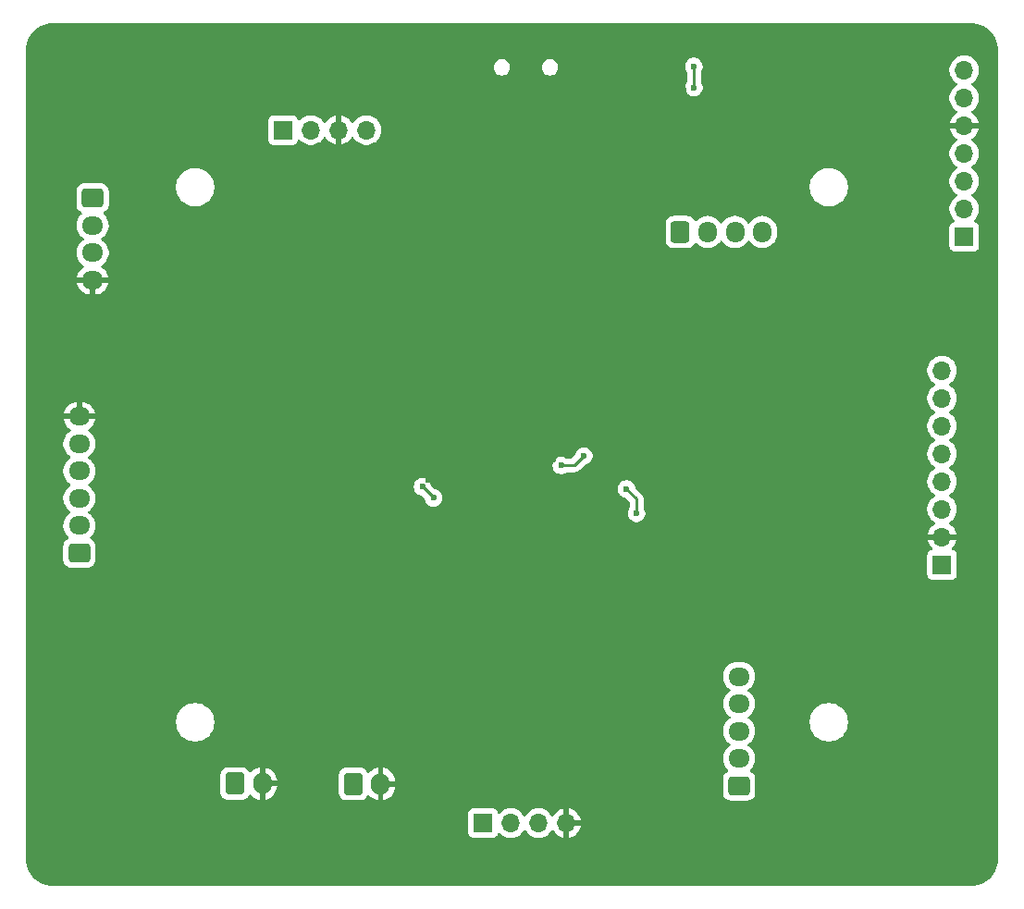
<source format=gbr>
%TF.GenerationSoftware,KiCad,Pcbnew,9.0.1*%
%TF.CreationDate,2025-05-06T13:07:20-06:00*%
%TF.ProjectId,2025_04_STM32F103_RobotBrain,32303235-5f30-4345-9f53-544d33324631,rev?*%
%TF.SameCoordinates,Original*%
%TF.FileFunction,Copper,L2,Bot*%
%TF.FilePolarity,Positive*%
%FSLAX46Y46*%
G04 Gerber Fmt 4.6, Leading zero omitted, Abs format (unit mm)*
G04 Created by KiCad (PCBNEW 9.0.1) date 2025-05-06 13:07:20*
%MOMM*%
%LPD*%
G01*
G04 APERTURE LIST*
G04 Aperture macros list*
%AMRoundRect*
0 Rectangle with rounded corners*
0 $1 Rounding radius*
0 $2 $3 $4 $5 $6 $7 $8 $9 X,Y pos of 4 corners*
0 Add a 4 corners polygon primitive as box body*
4,1,4,$2,$3,$4,$5,$6,$7,$8,$9,$2,$3,0*
0 Add four circle primitives for the rounded corners*
1,1,$1+$1,$2,$3*
1,1,$1+$1,$4,$5*
1,1,$1+$1,$6,$7*
1,1,$1+$1,$8,$9*
0 Add four rect primitives between the rounded corners*
20,1,$1+$1,$2,$3,$4,$5,0*
20,1,$1+$1,$4,$5,$6,$7,0*
20,1,$1+$1,$6,$7,$8,$9,0*
20,1,$1+$1,$8,$9,$2,$3,0*%
G04 Aperture macros list end*
%TA.AperFunction,ComponentPad*%
%ADD10RoundRect,0.250000X-0.600000X-0.750000X0.600000X-0.750000X0.600000X0.750000X-0.600000X0.750000X0*%
%TD*%
%TA.AperFunction,ComponentPad*%
%ADD11O,1.700000X2.000000*%
%TD*%
%TA.AperFunction,ComponentPad*%
%ADD12R,1.700000X1.700000*%
%TD*%
%TA.AperFunction,ComponentPad*%
%ADD13O,1.700000X1.700000*%
%TD*%
%TA.AperFunction,ComponentPad*%
%ADD14RoundRect,0.250000X0.725000X-0.600000X0.725000X0.600000X-0.725000X0.600000X-0.725000X-0.600000X0*%
%TD*%
%TA.AperFunction,ComponentPad*%
%ADD15O,1.950000X1.700000*%
%TD*%
%TA.AperFunction,ComponentPad*%
%ADD16RoundRect,0.250000X-0.725000X0.600000X-0.725000X-0.600000X0.725000X-0.600000X0.725000X0.600000X0*%
%TD*%
%TA.AperFunction,ComponentPad*%
%ADD17RoundRect,0.250000X-0.600000X-0.725000X0.600000X-0.725000X0.600000X0.725000X-0.600000X0.725000X0*%
%TD*%
%TA.AperFunction,ComponentPad*%
%ADD18O,1.700000X1.950000*%
%TD*%
%TA.AperFunction,ViaPad*%
%ADD19C,0.600000*%
%TD*%
%TA.AperFunction,Conductor*%
%ADD20C,0.254000*%
%TD*%
G04 APERTURE END LIST*
D10*
%TO.P,J6,1,Pin_1*%
%TO.N,+3V3*%
X122580000Y-99900000D03*
D11*
%TO.P,J6,2,Pin_2*%
%TO.N,GND*%
X125080000Y-99900000D03*
%TD*%
D12*
%TO.P,J9,1,Pin_1*%
%TO.N,+3V3*%
X178500000Y-49800000D03*
D13*
%TO.P,J9,2,Pin_2*%
%TO.N,/PS2_SCK*%
X178500000Y-47260000D03*
%TO.P,J9,3,Pin_3*%
%TO.N,unconnected-(J9-Pin_3-Pad3)*%
X178500000Y-44720000D03*
%TO.P,J9,4,Pin_4*%
%TO.N,/PS2_CS*%
X178500000Y-42180000D03*
%TO.P,J9,5,Pin_5*%
%TO.N,GND*%
X178500000Y-39640000D03*
%TO.P,J9,6,Pin_6*%
%TO.N,/PS2_MISO*%
X178500000Y-37100000D03*
%TO.P,J9,7,Pin_7*%
%TO.N,/PS2_MOSI*%
X178500000Y-34560000D03*
%TD*%
D14*
%TO.P,J8,1,Pin_1*%
%TO.N,/E2A*%
X157890000Y-100070000D03*
D15*
%TO.P,J8,2,Pin_2*%
%TO.N,/E2B*%
X157890000Y-97570000D03*
%TO.P,J8,3,Pin_3*%
%TO.N,/E1A*%
X157890000Y-95070000D03*
%TO.P,J8,4,Pin_4*%
%TO.N,/E1B*%
X157890000Y-92570000D03*
%TO.P,J8,5,Pin_5*%
%TO.N,/PWR_ADC*%
X157890000Y-90070000D03*
%TD*%
D12*
%TO.P,J2,1,Pin_1*%
%TO.N,+5V*%
X176465000Y-79835000D03*
D13*
%TO.P,J2,2,Pin_2*%
%TO.N,GND*%
X176465000Y-77295000D03*
%TO.P,J2,3,Pin_3*%
%TO.N,/IMU_I2C_SCL*%
X176465000Y-74755000D03*
%TO.P,J2,4,Pin_4*%
%TO.N,/IMU_I2C_SDA*%
X176465000Y-72215000D03*
%TO.P,J2,5,Pin_5*%
%TO.N,unconnected-(J2-Pin_5-Pad5)*%
X176465000Y-69675000D03*
%TO.P,J2,6,Pin_6*%
%TO.N,unconnected-(J2-Pin_6-Pad6)*%
X176465000Y-67135000D03*
%TO.P,J2,7,Pin_7*%
%TO.N,unconnected-(J2-Pin_7-Pad7)*%
X176465000Y-64595000D03*
%TO.P,J2,8,Pin_8*%
%TO.N,/IMU_INT*%
X176465000Y-62055000D03*
%TD*%
D12*
%TO.P,J4,1,Pin_1*%
%TO.N,+3V3*%
X116160000Y-40040000D03*
D13*
%TO.P,J4,2,Pin_2*%
%TO.N,/SWCLK*%
X118700000Y-40040000D03*
%TO.P,J4,3,Pin_3*%
%TO.N,GND*%
X121240000Y-40040000D03*
%TO.P,J4,4,Pin_4*%
%TO.N,/SWDIO*%
X123780000Y-40040000D03*
%TD*%
D16*
%TO.P,J11,1,Pin_1*%
%TO.N,+3V3*%
X98720000Y-46270000D03*
D15*
%TO.P,J11,2,Pin_2*%
%TO.N,/USER_TX*%
X98720000Y-48770000D03*
%TO.P,J11,3,Pin_3*%
%TO.N,/USER_RX*%
X98720000Y-51270000D03*
%TO.P,J11,4,Pin_4*%
%TO.N,GND*%
X98720000Y-53770000D03*
%TD*%
D12*
%TO.P,J3,1,Pin_1*%
%TO.N,+5V*%
X134460000Y-103485000D03*
D13*
%TO.P,J3,2,Pin_2*%
%TO.N,/ULTRA_TRIG*%
X137000000Y-103485000D03*
%TO.P,J3,3,Pin_3*%
%TO.N,/ULTRA_ECHO*%
X139540000Y-103485000D03*
%TO.P,J3,4,Pin_4*%
%TO.N,GND*%
X142080000Y-103485000D03*
%TD*%
D17*
%TO.P,J7,1,Pin_1*%
%TO.N,/AN2*%
X152510000Y-49370000D03*
D18*
%TO.P,J7,2,Pin_2*%
%TO.N,/AN1*%
X155010000Y-49370000D03*
%TO.P,J7,3,Pin_3*%
%TO.N,/BN2*%
X157510000Y-49370000D03*
%TO.P,J7,4,Pin_4*%
%TO.N,/BN1*%
X160010000Y-49370000D03*
%TD*%
D10*
%TO.P,J5,1,Pin_1*%
%TO.N,+5V*%
X111750000Y-99875000D03*
D11*
%TO.P,J5,2,Pin_2*%
%TO.N,GND*%
X114250000Y-99875000D03*
%TD*%
D14*
%TO.P,J10,1,Pin_1*%
%TO.N,+3V3*%
X97510000Y-78760000D03*
D15*
%TO.P,J10,2,Pin_2*%
%TO.N,/X1*%
X97510000Y-76260000D03*
%TO.P,J10,3,Pin_3*%
%TO.N,/X2*%
X97510000Y-73760000D03*
%TO.P,J10,4,Pin_4*%
%TO.N,/X3*%
X97510000Y-71260000D03*
%TO.P,J10,5,Pin_5*%
%TO.N,/X4*%
X97510000Y-68760000D03*
%TO.P,J10,6,Pin_6*%
%TO.N,GND*%
X97510000Y-66260000D03*
%TD*%
D19*
%TO.N,GND*%
X152800000Y-36350001D03*
X129400000Y-72050001D03*
X140900000Y-70250001D03*
%TO.N,/ULTRA_ECHO*%
X147600000Y-72902525D03*
X148500000Y-75127000D03*
%TO.N,+3V3*%
X143671622Y-69878379D03*
X141600000Y-70750001D03*
X128900000Y-72700000D03*
X129918356Y-73718356D03*
%TO.N,GND*%
X135300000Y-31060000D03*
X135310000Y-31970000D03*
X138320000Y-48630000D03*
X101550000Y-104940000D03*
X136780000Y-35480000D03*
X137200000Y-59890000D03*
X135310000Y-36460000D03*
X100250000Y-97140000D03*
X148430000Y-76280000D03*
X133260000Y-70570000D03*
X160490000Y-38990000D03*
X156300000Y-38970000D03*
X135310000Y-75730000D03*
X141240000Y-79920000D03*
X116610000Y-74610000D03*
X162820000Y-30550000D03*
X150070000Y-72380000D03*
X174000000Y-92900000D03*
X132070000Y-71580000D03*
X133640000Y-85390000D03*
X141410000Y-36420000D03*
X145200000Y-70450001D03*
X173350000Y-99580000D03*
X153880000Y-30560000D03*
X148580000Y-83950000D03*
X135220000Y-88640000D03*
X141420000Y-37150000D03*
X141430000Y-31900000D03*
X141430000Y-31090000D03*
X157700000Y-38950000D03*
X175680000Y-106180000D03*
X148460000Y-78570000D03*
X137960000Y-77270000D03*
X148070000Y-63560000D03*
X148400000Y-32585000D03*
X156420000Y-36240000D03*
X130690000Y-76070000D03*
X133510000Y-59260000D03*
X142390000Y-77290000D03*
X173990000Y-90010000D03*
X142300000Y-74080000D03*
X147470000Y-58420000D03*
X135310000Y-37250000D03*
X147170000Y-41280000D03*
%TO.N,/BL_WAKEUP*%
X153750000Y-36167000D03*
X153750000Y-34213000D03*
%TD*%
D20*
%TO.N,/ULTRA_ECHO*%
X148500000Y-73802525D02*
X147600000Y-72902525D01*
X148500000Y-75127000D02*
X148500000Y-73802525D01*
%TO.N,+3V3*%
X142800000Y-70750001D02*
X143671622Y-69878379D01*
X141600000Y-70750001D02*
X142800000Y-70750001D01*
X129918356Y-73718356D02*
X128900000Y-72700000D01*
%TO.N,/BL_WAKEUP*%
X153750000Y-34213000D02*
X153750000Y-36167000D01*
%TD*%
%TA.AperFunction,Conductor*%
%TO.N,GND*%
G36*
X179103736Y-30250727D02*
G01*
X179393796Y-30268272D01*
X179408657Y-30270076D01*
X179690797Y-30321781D01*
X179705334Y-30325364D01*
X179979182Y-30410699D01*
X179993163Y-30416001D01*
X180254732Y-30533724D01*
X180267987Y-30540681D01*
X180513458Y-30689072D01*
X180525776Y-30697574D01*
X180751573Y-30874474D01*
X180762781Y-30884404D01*
X180965595Y-31087219D01*
X180975525Y-31098427D01*
X181152422Y-31324218D01*
X181160928Y-31336541D01*
X181309315Y-31582004D01*
X181316274Y-31595263D01*
X181433996Y-31856832D01*
X181439305Y-31870833D01*
X181524634Y-32144664D01*
X181528218Y-32159202D01*
X181579922Y-32441340D01*
X181581727Y-32456205D01*
X181589097Y-32578033D01*
X181595513Y-32684110D01*
X181599274Y-32746274D01*
X181599500Y-32753761D01*
X181599500Y-106746250D01*
X181599274Y-106753737D01*
X181581728Y-107043795D01*
X181579923Y-107058660D01*
X181528219Y-107340798D01*
X181524635Y-107355336D01*
X181439304Y-107629175D01*
X181433994Y-107643177D01*
X181316277Y-107904731D01*
X181309319Y-107917989D01*
X181160928Y-108163459D01*
X181152422Y-108175782D01*
X180975525Y-108401573D01*
X180965595Y-108412781D01*
X180762781Y-108615596D01*
X180751573Y-108625526D01*
X180525782Y-108802422D01*
X180513458Y-108810928D01*
X180267987Y-108959319D01*
X180254730Y-108966277D01*
X179993176Y-109083994D01*
X179979174Y-109089304D01*
X179705335Y-109174635D01*
X179690797Y-109178219D01*
X179408659Y-109229923D01*
X179393794Y-109231728D01*
X179200701Y-109243408D01*
X179103712Y-109249275D01*
X179096240Y-109249501D01*
X95103752Y-109249501D01*
X95096265Y-109249275D01*
X94806205Y-109231729D01*
X94791340Y-109229924D01*
X94509202Y-109178220D01*
X94494664Y-109174636D01*
X94220832Y-109089307D01*
X94206831Y-109083998D01*
X93945263Y-108966276D01*
X93932004Y-108959317D01*
X93686540Y-108810929D01*
X93674217Y-108802423D01*
X93448426Y-108625527D01*
X93437218Y-108615597D01*
X93234403Y-108412782D01*
X93224473Y-108401574D01*
X93224472Y-108401573D01*
X93047572Y-108175777D01*
X93039074Y-108163466D01*
X92890679Y-107917989D01*
X92883724Y-107904737D01*
X92766001Y-107643168D01*
X92760692Y-107629167D01*
X92752095Y-107601579D01*
X92675362Y-107355335D01*
X92671779Y-107340798D01*
X92620075Y-107058660D01*
X92618270Y-107043795D01*
X92600726Y-106753752D01*
X92600500Y-106746265D01*
X92600500Y-102587135D01*
X133109500Y-102587135D01*
X133109500Y-104382870D01*
X133109501Y-104382876D01*
X133115908Y-104442483D01*
X133166202Y-104577328D01*
X133166206Y-104577335D01*
X133252452Y-104692544D01*
X133252455Y-104692547D01*
X133367664Y-104778793D01*
X133367671Y-104778797D01*
X133502517Y-104829091D01*
X133502516Y-104829091D01*
X133509444Y-104829835D01*
X133562127Y-104835500D01*
X135357872Y-104835499D01*
X135417483Y-104829091D01*
X135552331Y-104778796D01*
X135667546Y-104692546D01*
X135753796Y-104577331D01*
X135802810Y-104445916D01*
X135844681Y-104389984D01*
X135910145Y-104365566D01*
X135978418Y-104380417D01*
X136006673Y-104401569D01*
X136120213Y-104515109D01*
X136292179Y-104640048D01*
X136292181Y-104640049D01*
X136292184Y-104640051D01*
X136481588Y-104736557D01*
X136683757Y-104802246D01*
X136893713Y-104835500D01*
X136893714Y-104835500D01*
X137106286Y-104835500D01*
X137106287Y-104835500D01*
X137316243Y-104802246D01*
X137518412Y-104736557D01*
X137707816Y-104640051D01*
X137794138Y-104577335D01*
X137879786Y-104515109D01*
X137879788Y-104515106D01*
X137879792Y-104515104D01*
X138030104Y-104364792D01*
X138030106Y-104364788D01*
X138030109Y-104364786D01*
X138155048Y-104192820D01*
X138155047Y-104192820D01*
X138155051Y-104192816D01*
X138159514Y-104184054D01*
X138207488Y-104133259D01*
X138275308Y-104116463D01*
X138341444Y-104138999D01*
X138380486Y-104184056D01*
X138384951Y-104192820D01*
X138509890Y-104364786D01*
X138660213Y-104515109D01*
X138832179Y-104640048D01*
X138832181Y-104640049D01*
X138832184Y-104640051D01*
X139021588Y-104736557D01*
X139223757Y-104802246D01*
X139433713Y-104835500D01*
X139433714Y-104835500D01*
X139646286Y-104835500D01*
X139646287Y-104835500D01*
X139856243Y-104802246D01*
X140058412Y-104736557D01*
X140247816Y-104640051D01*
X140334138Y-104577335D01*
X140419786Y-104515109D01*
X140419788Y-104515106D01*
X140419792Y-104515104D01*
X140570104Y-104364792D01*
X140570106Y-104364788D01*
X140570109Y-104364786D01*
X140695048Y-104192820D01*
X140695051Y-104192816D01*
X140699793Y-104183508D01*
X140747763Y-104132711D01*
X140815583Y-104115911D01*
X140881719Y-104138445D01*
X140920763Y-104183500D01*
X140925377Y-104192555D01*
X141050272Y-104364459D01*
X141050276Y-104364464D01*
X141200535Y-104514723D01*
X141200540Y-104514727D01*
X141372442Y-104639620D01*
X141561782Y-104736095D01*
X141763871Y-104801757D01*
X141830000Y-104812231D01*
X141830000Y-103918012D01*
X141887007Y-103950925D01*
X142014174Y-103985000D01*
X142145826Y-103985000D01*
X142272993Y-103950925D01*
X142330000Y-103918012D01*
X142330000Y-104812230D01*
X142396126Y-104801757D01*
X142396129Y-104801757D01*
X142598217Y-104736095D01*
X142787557Y-104639620D01*
X142959459Y-104514727D01*
X142959464Y-104514723D01*
X143109723Y-104364464D01*
X143109727Y-104364459D01*
X143234620Y-104192557D01*
X143331095Y-104003217D01*
X143396757Y-103801129D01*
X143396757Y-103801126D01*
X143407231Y-103735000D01*
X142513012Y-103735000D01*
X142545925Y-103677993D01*
X142580000Y-103550826D01*
X142580000Y-103419174D01*
X142545925Y-103292007D01*
X142513012Y-103235000D01*
X143407231Y-103235000D01*
X143396757Y-103168873D01*
X143396757Y-103168870D01*
X143331095Y-102966782D01*
X143234620Y-102777442D01*
X143109727Y-102605540D01*
X143109723Y-102605535D01*
X142959464Y-102455276D01*
X142959459Y-102455272D01*
X142787557Y-102330379D01*
X142598215Y-102233903D01*
X142396124Y-102168241D01*
X142330000Y-102157768D01*
X142330000Y-103051988D01*
X142272993Y-103019075D01*
X142145826Y-102985000D01*
X142014174Y-102985000D01*
X141887007Y-103019075D01*
X141830000Y-103051988D01*
X141830000Y-102157768D01*
X141829999Y-102157768D01*
X141763875Y-102168241D01*
X141561784Y-102233903D01*
X141372442Y-102330379D01*
X141200540Y-102455272D01*
X141200535Y-102455276D01*
X141050276Y-102605535D01*
X141050272Y-102605540D01*
X140925378Y-102777443D01*
X140920762Y-102786502D01*
X140872784Y-102837295D01*
X140804963Y-102854087D01*
X140738829Y-102831546D01*
X140699794Y-102786493D01*
X140695051Y-102777184D01*
X140695049Y-102777181D01*
X140695048Y-102777179D01*
X140570109Y-102605213D01*
X140419786Y-102454890D01*
X140247820Y-102329951D01*
X140058414Y-102233444D01*
X140058413Y-102233443D01*
X140058412Y-102233443D01*
X139856243Y-102167754D01*
X139856241Y-102167753D01*
X139856240Y-102167753D01*
X139694957Y-102142208D01*
X139646287Y-102134500D01*
X139433713Y-102134500D01*
X139385042Y-102142208D01*
X139223760Y-102167753D01*
X139021585Y-102233444D01*
X138832179Y-102329951D01*
X138660213Y-102454890D01*
X138509890Y-102605213D01*
X138384949Y-102777182D01*
X138380484Y-102785946D01*
X138332509Y-102836742D01*
X138264688Y-102853536D01*
X138198553Y-102830998D01*
X138159516Y-102785946D01*
X138155050Y-102777182D01*
X138030109Y-102605213D01*
X137879786Y-102454890D01*
X137707820Y-102329951D01*
X137518414Y-102233444D01*
X137518413Y-102233443D01*
X137518412Y-102233443D01*
X137316243Y-102167754D01*
X137316241Y-102167753D01*
X137316240Y-102167753D01*
X137154957Y-102142208D01*
X137106287Y-102134500D01*
X136893713Y-102134500D01*
X136845042Y-102142208D01*
X136683760Y-102167753D01*
X136481585Y-102233444D01*
X136292179Y-102329951D01*
X136120215Y-102454889D01*
X136006673Y-102568431D01*
X135945350Y-102601915D01*
X135875658Y-102596931D01*
X135819725Y-102555059D01*
X135802810Y-102524082D01*
X135753797Y-102392671D01*
X135753793Y-102392664D01*
X135667547Y-102277455D01*
X135667544Y-102277452D01*
X135552335Y-102191206D01*
X135552328Y-102191202D01*
X135417482Y-102140908D01*
X135417483Y-102140908D01*
X135357883Y-102134501D01*
X135357881Y-102134500D01*
X135357873Y-102134500D01*
X135357864Y-102134500D01*
X133562129Y-102134500D01*
X133562123Y-102134501D01*
X133502516Y-102140908D01*
X133367671Y-102191202D01*
X133367664Y-102191206D01*
X133252455Y-102277452D01*
X133252452Y-102277455D01*
X133166206Y-102392664D01*
X133166202Y-102392671D01*
X133115908Y-102527517D01*
X133109501Y-102587116D01*
X133109500Y-102587135D01*
X92600500Y-102587135D01*
X92600500Y-99074983D01*
X110399500Y-99074983D01*
X110399500Y-100675001D01*
X110399501Y-100675018D01*
X110410000Y-100777796D01*
X110410001Y-100777799D01*
X110465185Y-100944331D01*
X110465186Y-100944334D01*
X110557288Y-101093656D01*
X110681344Y-101217712D01*
X110830666Y-101309814D01*
X110997203Y-101364999D01*
X111099991Y-101375500D01*
X112400008Y-101375499D01*
X112502797Y-101364999D01*
X112669334Y-101309814D01*
X112818656Y-101217712D01*
X112942712Y-101093656D01*
X113034814Y-100944334D01*
X113034814Y-100944331D01*
X113038448Y-100938441D01*
X113090395Y-100891716D01*
X113159358Y-100880493D01*
X113223440Y-100908336D01*
X113231668Y-100915856D01*
X113370535Y-101054723D01*
X113370540Y-101054727D01*
X113542442Y-101179620D01*
X113731782Y-101276095D01*
X113933871Y-101341757D01*
X114000000Y-101352231D01*
X114000000Y-100308012D01*
X114057007Y-100340925D01*
X114184174Y-100375000D01*
X114315826Y-100375000D01*
X114442993Y-100340925D01*
X114500000Y-100308012D01*
X114500000Y-101352230D01*
X114566126Y-101341757D01*
X114566129Y-101341757D01*
X114768217Y-101276095D01*
X114957557Y-101179620D01*
X115129459Y-101054727D01*
X115129464Y-101054723D01*
X115279723Y-100904464D01*
X115279727Y-100904459D01*
X115404620Y-100732557D01*
X115501095Y-100543217D01*
X115566757Y-100341130D01*
X115566757Y-100341127D01*
X115600000Y-100131246D01*
X115600000Y-100125000D01*
X114683012Y-100125000D01*
X114715925Y-100067993D01*
X114750000Y-99940826D01*
X114750000Y-99809174D01*
X114715925Y-99682007D01*
X114683012Y-99625000D01*
X115600000Y-99625000D01*
X115600000Y-99618753D01*
X115566757Y-99408872D01*
X115566757Y-99408869D01*
X115501094Y-99206780D01*
X115473758Y-99153130D01*
X115473757Y-99153129D01*
X115446677Y-99099983D01*
X121229500Y-99099983D01*
X121229500Y-100700001D01*
X121229501Y-100700018D01*
X121240000Y-100802796D01*
X121240001Y-100802799D01*
X121273690Y-100904464D01*
X121295186Y-100969334D01*
X121387288Y-101118656D01*
X121511344Y-101242712D01*
X121660666Y-101334814D01*
X121827203Y-101389999D01*
X121929991Y-101400500D01*
X123230008Y-101400499D01*
X123332797Y-101389999D01*
X123499334Y-101334814D01*
X123648656Y-101242712D01*
X123772712Y-101118656D01*
X123864814Y-100969334D01*
X123864814Y-100969331D01*
X123868448Y-100963441D01*
X123920395Y-100916716D01*
X123989358Y-100905493D01*
X124053440Y-100933336D01*
X124061668Y-100940856D01*
X124200535Y-101079723D01*
X124200540Y-101079727D01*
X124372442Y-101204620D01*
X124561782Y-101301095D01*
X124763871Y-101366757D01*
X124830000Y-101377231D01*
X124830000Y-100333012D01*
X124887007Y-100365925D01*
X125014174Y-100400000D01*
X125145826Y-100400000D01*
X125272993Y-100365925D01*
X125330000Y-100333012D01*
X125330000Y-101377230D01*
X125396126Y-101366757D01*
X125396129Y-101366757D01*
X125598217Y-101301095D01*
X125787557Y-101204620D01*
X125959459Y-101079727D01*
X125959464Y-101079723D01*
X126109723Y-100929464D01*
X126109727Y-100929459D01*
X126234620Y-100757557D01*
X126331095Y-100568217D01*
X126396757Y-100366130D01*
X126396757Y-100366127D01*
X126430000Y-100156246D01*
X126430000Y-100150000D01*
X125513012Y-100150000D01*
X125545925Y-100092993D01*
X125580000Y-99965826D01*
X125580000Y-99834174D01*
X125545925Y-99707007D01*
X125513012Y-99650000D01*
X126430000Y-99650000D01*
X126430000Y-99643753D01*
X126396757Y-99433872D01*
X126396757Y-99433869D01*
X126331095Y-99231782D01*
X126234620Y-99042442D01*
X126109727Y-98870540D01*
X126109723Y-98870535D01*
X125959464Y-98720276D01*
X125959459Y-98720272D01*
X125787557Y-98595379D01*
X125598215Y-98498903D01*
X125396124Y-98433241D01*
X125330000Y-98422768D01*
X125330000Y-99466988D01*
X125272993Y-99434075D01*
X125145826Y-99400000D01*
X125014174Y-99400000D01*
X124887007Y-99434075D01*
X124830000Y-99466988D01*
X124830000Y-98422768D01*
X124829999Y-98422768D01*
X124763875Y-98433241D01*
X124561784Y-98498903D01*
X124372442Y-98595379D01*
X124200541Y-98720271D01*
X124061668Y-98859144D01*
X124000345Y-98892628D01*
X123930653Y-98887644D01*
X123874720Y-98845772D01*
X123868448Y-98836558D01*
X123799670Y-98725051D01*
X123772712Y-98681344D01*
X123648656Y-98557288D01*
X123499334Y-98465186D01*
X123332797Y-98410001D01*
X123332795Y-98410000D01*
X123230010Y-98399500D01*
X121929998Y-98399500D01*
X121929981Y-98399501D01*
X121827203Y-98410000D01*
X121827200Y-98410001D01*
X121660668Y-98465185D01*
X121660663Y-98465187D01*
X121511342Y-98557289D01*
X121387289Y-98681342D01*
X121295187Y-98830663D01*
X121295185Y-98830668D01*
X121276305Y-98887644D01*
X121240001Y-98997203D01*
X121240001Y-98997204D01*
X121240000Y-98997204D01*
X121229500Y-99099983D01*
X115446677Y-99099983D01*
X115404620Y-99017442D01*
X115279727Y-98845540D01*
X115279723Y-98845535D01*
X115129464Y-98695276D01*
X115129459Y-98695272D01*
X114957557Y-98570379D01*
X114768215Y-98473903D01*
X114566124Y-98408241D01*
X114500000Y-98397768D01*
X114500000Y-99441988D01*
X114442993Y-99409075D01*
X114315826Y-99375000D01*
X114184174Y-99375000D01*
X114057007Y-99409075D01*
X114000000Y-99441988D01*
X114000000Y-98397768D01*
X113999999Y-98397768D01*
X113933875Y-98408241D01*
X113731784Y-98473903D01*
X113542442Y-98570379D01*
X113370541Y-98695271D01*
X113231668Y-98834144D01*
X113170345Y-98867628D01*
X113100653Y-98862644D01*
X113044720Y-98820772D01*
X113038448Y-98811558D01*
X112985272Y-98725346D01*
X112942712Y-98656344D01*
X112818656Y-98532288D01*
X112669334Y-98440186D01*
X112502797Y-98385001D01*
X112502795Y-98385000D01*
X112400010Y-98374500D01*
X111099998Y-98374500D01*
X111099981Y-98374501D01*
X110997203Y-98385000D01*
X110997200Y-98385001D01*
X110830668Y-98440185D01*
X110830663Y-98440187D01*
X110681342Y-98532289D01*
X110557289Y-98656342D01*
X110465187Y-98805663D01*
X110465185Y-98805668D01*
X110443689Y-98870540D01*
X110410001Y-98972203D01*
X110410001Y-98972204D01*
X110410000Y-98972204D01*
X110399500Y-99074983D01*
X92600500Y-99074983D01*
X92600500Y-94135259D01*
X106349500Y-94135259D01*
X106349500Y-94364742D01*
X106374100Y-94551585D01*
X106379452Y-94592239D01*
X106415153Y-94725479D01*
X106438842Y-94813888D01*
X106526650Y-95025877D01*
X106526656Y-95025889D01*
X106613487Y-95176286D01*
X106641392Y-95224618D01*
X106781081Y-95406662D01*
X106781089Y-95406671D01*
X106943330Y-95568912D01*
X106943338Y-95568919D01*
X107125382Y-95708608D01*
X107125385Y-95708609D01*
X107125388Y-95708612D01*
X107324112Y-95823345D01*
X107324117Y-95823347D01*
X107324123Y-95823350D01*
X107415480Y-95861191D01*
X107536113Y-95911159D01*
X107757762Y-95970549D01*
X107985266Y-96000501D01*
X107985273Y-96000501D01*
X108214727Y-96000501D01*
X108214734Y-96000501D01*
X108442238Y-95970549D01*
X108663887Y-95911159D01*
X108875888Y-95823345D01*
X109074612Y-95708612D01*
X109256661Y-95568920D01*
X109256665Y-95568915D01*
X109256670Y-95568912D01*
X109418911Y-95406671D01*
X109418914Y-95406666D01*
X109418919Y-95406662D01*
X109558611Y-95224613D01*
X109673344Y-95025889D01*
X109761158Y-94813888D01*
X109820548Y-94592239D01*
X109850500Y-94364735D01*
X109850500Y-94135267D01*
X109820548Y-93907763D01*
X109761158Y-93686114D01*
X109697642Y-93532774D01*
X109673349Y-93474124D01*
X109673346Y-93474118D01*
X109673344Y-93474113D01*
X109558611Y-93275389D01*
X109558608Y-93275386D01*
X109558607Y-93275383D01*
X109418918Y-93093339D01*
X109418911Y-93093331D01*
X109256670Y-92931090D01*
X109256661Y-92931082D01*
X109074617Y-92791393D01*
X108875890Y-92676658D01*
X108875876Y-92676651D01*
X108663887Y-92588843D01*
X108442238Y-92529453D01*
X108404215Y-92524447D01*
X108214741Y-92499501D01*
X108214734Y-92499501D01*
X107985266Y-92499501D01*
X107985258Y-92499501D01*
X107768715Y-92528010D01*
X107757762Y-92529453D01*
X107664076Y-92554555D01*
X107536112Y-92588843D01*
X107324123Y-92676651D01*
X107324109Y-92676658D01*
X107125382Y-92791393D01*
X106943338Y-92931082D01*
X106781081Y-93093339D01*
X106641392Y-93275383D01*
X106526657Y-93474110D01*
X106526650Y-93474124D01*
X106438842Y-93686113D01*
X106379453Y-93907760D01*
X106379451Y-93907771D01*
X106349500Y-94135259D01*
X92600500Y-94135259D01*
X92600500Y-89963713D01*
X156414500Y-89963713D01*
X156414500Y-90176286D01*
X156447753Y-90386239D01*
X156513444Y-90588414D01*
X156609951Y-90777820D01*
X156734890Y-90949786D01*
X156885209Y-91100105D01*
X156885214Y-91100109D01*
X157049793Y-91219682D01*
X157092459Y-91275011D01*
X157098438Y-91344625D01*
X157065833Y-91406420D01*
X157049793Y-91420318D01*
X156885214Y-91539890D01*
X156885209Y-91539894D01*
X156734890Y-91690213D01*
X156609951Y-91862179D01*
X156513444Y-92051585D01*
X156447753Y-92253760D01*
X156414500Y-92463713D01*
X156414500Y-92676286D01*
X156447753Y-92886239D01*
X156513444Y-93088414D01*
X156609951Y-93277820D01*
X156734890Y-93449786D01*
X156885209Y-93600105D01*
X156885214Y-93600109D01*
X157049793Y-93719682D01*
X157092459Y-93775011D01*
X157098438Y-93844625D01*
X157065833Y-93906420D01*
X157049793Y-93920318D01*
X156885214Y-94039890D01*
X156885209Y-94039894D01*
X156734890Y-94190213D01*
X156609951Y-94362179D01*
X156513444Y-94551585D01*
X156447753Y-94753760D01*
X156422849Y-94911001D01*
X156414500Y-94963713D01*
X156414500Y-95176287D01*
X156447754Y-95386243D01*
X156507109Y-95568919D01*
X156513444Y-95588414D01*
X156609951Y-95777820D01*
X156734890Y-95949786D01*
X156885209Y-96100105D01*
X156885214Y-96100109D01*
X157049793Y-96219682D01*
X157092459Y-96275011D01*
X157098438Y-96344625D01*
X157065833Y-96406420D01*
X157049793Y-96420318D01*
X156885214Y-96539890D01*
X156885209Y-96539894D01*
X156734890Y-96690213D01*
X156609951Y-96862179D01*
X156513444Y-97051585D01*
X156447753Y-97253760D01*
X156414500Y-97463713D01*
X156414500Y-97676286D01*
X156447753Y-97886239D01*
X156513444Y-98088414D01*
X156609951Y-98277820D01*
X156734890Y-98449786D01*
X156873705Y-98588601D01*
X156907190Y-98649924D01*
X156902206Y-98719616D01*
X156860334Y-98775549D01*
X156851121Y-98781821D01*
X156696342Y-98877289D01*
X156572289Y-99001342D01*
X156480187Y-99150663D01*
X156480185Y-99150668D01*
X156461592Y-99206780D01*
X156425001Y-99317203D01*
X156425001Y-99317204D01*
X156425000Y-99317204D01*
X156414500Y-99419983D01*
X156414500Y-100720001D01*
X156414501Y-100720018D01*
X156425000Y-100822796D01*
X156425001Y-100822799D01*
X156464122Y-100940856D01*
X156480186Y-100989334D01*
X156572288Y-101138656D01*
X156696344Y-101262712D01*
X156845666Y-101354814D01*
X157012203Y-101409999D01*
X157114991Y-101420500D01*
X158665008Y-101420499D01*
X158767797Y-101409999D01*
X158934334Y-101354814D01*
X159083656Y-101262712D01*
X159207712Y-101138656D01*
X159299814Y-100989334D01*
X159354999Y-100822797D01*
X159365500Y-100720009D01*
X159365499Y-99419992D01*
X159354999Y-99317203D01*
X159299814Y-99150666D01*
X159207712Y-99001344D01*
X159083656Y-98877288D01*
X158934334Y-98785186D01*
X158934333Y-98785185D01*
X158928878Y-98781821D01*
X158882154Y-98729873D01*
X158870931Y-98660910D01*
X158898775Y-98596828D01*
X158906272Y-98588623D01*
X159045104Y-98449792D01*
X159052083Y-98440187D01*
X159170048Y-98277820D01*
X159170047Y-98277820D01*
X159170051Y-98277816D01*
X159266557Y-98088412D01*
X159332246Y-97886243D01*
X159365500Y-97676287D01*
X159365500Y-97463713D01*
X159332246Y-97253757D01*
X159266557Y-97051588D01*
X159170051Y-96862184D01*
X159170049Y-96862181D01*
X159170048Y-96862179D01*
X159045109Y-96690213D01*
X158894792Y-96539896D01*
X158894784Y-96539890D01*
X158730204Y-96420316D01*
X158687540Y-96364989D01*
X158681561Y-96295376D01*
X158714166Y-96233580D01*
X158730199Y-96219686D01*
X158894792Y-96100104D01*
X159045104Y-95949792D01*
X159045106Y-95949788D01*
X159045109Y-95949786D01*
X159170048Y-95777820D01*
X159170047Y-95777820D01*
X159170051Y-95777816D01*
X159266557Y-95588412D01*
X159332246Y-95386243D01*
X159365500Y-95176287D01*
X159365500Y-94963713D01*
X159332246Y-94753757D01*
X159266557Y-94551588D01*
X159170051Y-94362184D01*
X159170049Y-94362181D01*
X159170048Y-94362179D01*
X159055193Y-94204093D01*
X159045109Y-94190214D01*
X159045105Y-94190209D01*
X158990155Y-94135259D01*
X164349500Y-94135259D01*
X164349500Y-94364742D01*
X164374100Y-94551585D01*
X164379452Y-94592239D01*
X164415153Y-94725479D01*
X164438842Y-94813888D01*
X164526650Y-95025877D01*
X164526656Y-95025889D01*
X164613487Y-95176286D01*
X164641392Y-95224618D01*
X164781081Y-95406662D01*
X164781089Y-95406671D01*
X164943330Y-95568912D01*
X164943338Y-95568919D01*
X165125382Y-95708608D01*
X165125385Y-95708609D01*
X165125388Y-95708612D01*
X165324112Y-95823345D01*
X165324117Y-95823347D01*
X165324123Y-95823350D01*
X165415480Y-95861191D01*
X165536113Y-95911159D01*
X165757762Y-95970549D01*
X165985266Y-96000501D01*
X165985273Y-96000501D01*
X166214727Y-96000501D01*
X166214734Y-96000501D01*
X166442238Y-95970549D01*
X166663887Y-95911159D01*
X166875888Y-95823345D01*
X167074612Y-95708612D01*
X167256661Y-95568920D01*
X167256665Y-95568915D01*
X167256670Y-95568912D01*
X167418911Y-95406671D01*
X167418914Y-95406666D01*
X167418919Y-95406662D01*
X167558611Y-95224613D01*
X167673344Y-95025889D01*
X167761158Y-94813888D01*
X167820548Y-94592239D01*
X167850500Y-94364735D01*
X167850500Y-94135267D01*
X167820548Y-93907763D01*
X167761158Y-93686114D01*
X167697642Y-93532774D01*
X167673349Y-93474124D01*
X167673346Y-93474118D01*
X167673344Y-93474113D01*
X167558611Y-93275389D01*
X167558608Y-93275386D01*
X167558607Y-93275383D01*
X167418918Y-93093339D01*
X167418911Y-93093331D01*
X167256670Y-92931090D01*
X167256661Y-92931082D01*
X167074617Y-92791393D01*
X166875890Y-92676658D01*
X166875876Y-92676651D01*
X166663887Y-92588843D01*
X166442238Y-92529453D01*
X166404215Y-92524447D01*
X166214741Y-92499501D01*
X166214734Y-92499501D01*
X165985266Y-92499501D01*
X165985258Y-92499501D01*
X165768715Y-92528010D01*
X165757762Y-92529453D01*
X165664076Y-92554555D01*
X165536112Y-92588843D01*
X165324123Y-92676651D01*
X165324109Y-92676658D01*
X165125382Y-92791393D01*
X164943338Y-92931082D01*
X164781081Y-93093339D01*
X164641392Y-93275383D01*
X164526657Y-93474110D01*
X164526650Y-93474124D01*
X164438842Y-93686113D01*
X164379453Y-93907760D01*
X164379451Y-93907771D01*
X164349500Y-94135259D01*
X158990155Y-94135259D01*
X158894792Y-94039896D01*
X158884520Y-94032433D01*
X158730204Y-93920316D01*
X158687540Y-93864989D01*
X158681561Y-93795376D01*
X158714166Y-93733580D01*
X158730199Y-93719686D01*
X158894792Y-93600104D01*
X159045104Y-93449792D01*
X159045106Y-93449788D01*
X159045109Y-93449786D01*
X159170048Y-93277820D01*
X159170047Y-93277820D01*
X159170051Y-93277816D01*
X159266557Y-93088412D01*
X159332246Y-92886243D01*
X159365500Y-92676287D01*
X159365500Y-92463713D01*
X159332246Y-92253757D01*
X159266557Y-92051588D01*
X159170051Y-91862184D01*
X159170049Y-91862181D01*
X159170048Y-91862179D01*
X159045109Y-91690213D01*
X158894792Y-91539896D01*
X158894784Y-91539890D01*
X158730204Y-91420316D01*
X158687540Y-91364989D01*
X158681561Y-91295376D01*
X158714166Y-91233580D01*
X158730199Y-91219686D01*
X158894792Y-91100104D01*
X159045104Y-90949792D01*
X159045106Y-90949788D01*
X159045109Y-90949786D01*
X159170048Y-90777820D01*
X159170047Y-90777820D01*
X159170051Y-90777816D01*
X159266557Y-90588412D01*
X159332246Y-90386243D01*
X159365500Y-90176287D01*
X159365500Y-89963713D01*
X159332246Y-89753757D01*
X159266557Y-89551588D01*
X159170051Y-89362184D01*
X159170049Y-89362181D01*
X159170048Y-89362179D01*
X159045109Y-89190213D01*
X158894786Y-89039890D01*
X158722820Y-88914951D01*
X158533414Y-88818444D01*
X158533413Y-88818443D01*
X158533412Y-88818443D01*
X158331243Y-88752754D01*
X158331241Y-88752753D01*
X158331240Y-88752753D01*
X158169957Y-88727208D01*
X158121287Y-88719500D01*
X157658713Y-88719500D01*
X157610042Y-88727208D01*
X157448760Y-88752753D01*
X157246585Y-88818444D01*
X157057179Y-88914951D01*
X156885213Y-89039890D01*
X156734890Y-89190213D01*
X156609951Y-89362179D01*
X156513444Y-89551585D01*
X156447753Y-89753760D01*
X156414500Y-89963713D01*
X92600500Y-89963713D01*
X92600500Y-68653713D01*
X96034500Y-68653713D01*
X96034500Y-68866287D01*
X96067754Y-69076243D01*
X96126353Y-69256592D01*
X96133444Y-69278414D01*
X96229951Y-69467820D01*
X96354890Y-69639786D01*
X96505209Y-69790105D01*
X96505214Y-69790109D01*
X96669793Y-69909682D01*
X96712459Y-69965011D01*
X96718438Y-70034625D01*
X96685833Y-70096420D01*
X96669793Y-70110318D01*
X96505214Y-70229890D01*
X96505209Y-70229894D01*
X96354890Y-70380213D01*
X96229951Y-70552179D01*
X96133444Y-70741585D01*
X96067753Y-70943760D01*
X96034500Y-71153713D01*
X96034500Y-71366286D01*
X96067753Y-71576239D01*
X96133444Y-71778414D01*
X96229951Y-71967820D01*
X96354890Y-72139786D01*
X96505209Y-72290105D01*
X96505214Y-72290109D01*
X96669793Y-72409682D01*
X96712459Y-72465011D01*
X96718438Y-72534625D01*
X96685833Y-72596420D01*
X96669793Y-72610318D01*
X96505214Y-72729890D01*
X96505209Y-72729894D01*
X96354890Y-72880213D01*
X96229951Y-73052179D01*
X96133444Y-73241585D01*
X96067753Y-73443760D01*
X96034500Y-73653713D01*
X96034500Y-73866286D01*
X96063150Y-74047179D01*
X96067754Y-74076243D01*
X96119853Y-74236588D01*
X96133444Y-74278414D01*
X96229951Y-74467820D01*
X96354890Y-74639786D01*
X96505209Y-74790105D01*
X96505214Y-74790109D01*
X96669793Y-74909682D01*
X96712459Y-74965011D01*
X96718438Y-75034625D01*
X96685833Y-75096420D01*
X96669793Y-75110318D01*
X96505214Y-75229890D01*
X96505209Y-75229894D01*
X96354890Y-75380213D01*
X96229951Y-75552179D01*
X96133444Y-75741585D01*
X96067753Y-75943760D01*
X96042136Y-76105500D01*
X96034500Y-76153713D01*
X96034500Y-76366287D01*
X96067754Y-76576243D01*
X96132913Y-76776782D01*
X96133444Y-76778414D01*
X96229951Y-76967820D01*
X96354890Y-77139786D01*
X96493705Y-77278601D01*
X96527190Y-77339924D01*
X96522206Y-77409616D01*
X96480334Y-77465549D01*
X96471121Y-77471821D01*
X96316342Y-77567289D01*
X96192289Y-77691342D01*
X96100187Y-77840663D01*
X96100186Y-77840666D01*
X96045001Y-78007203D01*
X96045001Y-78007204D01*
X96045000Y-78007204D01*
X96034500Y-78109983D01*
X96034500Y-79410001D01*
X96034501Y-79410018D01*
X96045000Y-79512796D01*
X96045001Y-79512799D01*
X96100185Y-79679331D01*
X96100186Y-79679334D01*
X96192288Y-79828656D01*
X96316344Y-79952712D01*
X96465666Y-80044814D01*
X96632203Y-80099999D01*
X96734991Y-80110500D01*
X98285008Y-80110499D01*
X98387797Y-80099999D01*
X98554334Y-80044814D01*
X98703656Y-79952712D01*
X98827712Y-79828656D01*
X98919814Y-79679334D01*
X98974999Y-79512797D01*
X98985500Y-79410009D01*
X98985499Y-78742671D01*
X98985499Y-78109998D01*
X98985498Y-78109981D01*
X98974999Y-78007203D01*
X98974998Y-78007200D01*
X98973459Y-78002557D01*
X98919814Y-77840666D01*
X98827712Y-77691344D01*
X98703656Y-77567288D01*
X98554334Y-77475186D01*
X98554333Y-77475185D01*
X98548878Y-77471821D01*
X98502154Y-77419873D01*
X98490931Y-77350910D01*
X98518775Y-77286828D01*
X98526272Y-77278623D01*
X98665104Y-77139792D01*
X98790051Y-76967816D01*
X98886557Y-76778412D01*
X98952246Y-76576243D01*
X98985500Y-76366287D01*
X98985500Y-76153713D01*
X98952246Y-75943757D01*
X98886557Y-75741588D01*
X98790051Y-75552184D01*
X98790049Y-75552181D01*
X98790048Y-75552179D01*
X98665109Y-75380213D01*
X98514792Y-75229896D01*
X98481684Y-75205842D01*
X98350204Y-75110316D01*
X98307540Y-75054989D01*
X98301561Y-74985376D01*
X98334166Y-74923580D01*
X98350199Y-74909686D01*
X98514792Y-74790104D01*
X98665104Y-74639792D01*
X98665106Y-74639788D01*
X98665109Y-74639786D01*
X98790048Y-74467820D01*
X98790047Y-74467820D01*
X98790051Y-74467816D01*
X98886557Y-74278412D01*
X98952246Y-74076243D01*
X98985500Y-73866287D01*
X98985500Y-73653713D01*
X98952246Y-73443757D01*
X98886557Y-73241588D01*
X98790051Y-73052184D01*
X98790049Y-73052181D01*
X98790048Y-73052179D01*
X98665109Y-72880213D01*
X98514792Y-72729896D01*
X98494819Y-72715385D01*
X98431023Y-72669035D01*
X98365120Y-72621153D01*
X128099500Y-72621153D01*
X128099500Y-72778846D01*
X128130261Y-72933489D01*
X128130264Y-72933501D01*
X128190602Y-73079172D01*
X128190609Y-73079185D01*
X128278210Y-73210288D01*
X128278213Y-73210292D01*
X128389707Y-73321786D01*
X128389711Y-73321789D01*
X128520814Y-73409390D01*
X128520827Y-73409397D01*
X128552440Y-73422491D01*
X128666503Y-73469737D01*
X128774185Y-73491156D01*
X128836092Y-73523539D01*
X128837672Y-73525091D01*
X129093263Y-73780682D01*
X129126748Y-73842005D01*
X129127199Y-73844171D01*
X129148617Y-73951847D01*
X129148620Y-73951857D01*
X129208958Y-74097528D01*
X129208965Y-74097541D01*
X129296566Y-74228644D01*
X129296569Y-74228648D01*
X129408063Y-74340142D01*
X129408067Y-74340145D01*
X129539170Y-74427746D01*
X129539183Y-74427753D01*
X129635915Y-74467820D01*
X129684859Y-74488093D01*
X129839509Y-74518855D01*
X129839512Y-74518856D01*
X129839514Y-74518856D01*
X129997200Y-74518856D01*
X129997201Y-74518855D01*
X130151853Y-74488093D01*
X130297535Y-74427750D01*
X130428645Y-74340145D01*
X130540145Y-74228645D01*
X130627750Y-74097535D01*
X130688093Y-73951853D01*
X130718856Y-73797198D01*
X130718856Y-73639514D01*
X130718856Y-73639511D01*
X130718855Y-73639509D01*
X130714872Y-73619485D01*
X130688093Y-73484859D01*
X130680512Y-73466557D01*
X130627753Y-73339183D01*
X130627746Y-73339170D01*
X130540145Y-73208067D01*
X130540142Y-73208063D01*
X130428648Y-73096569D01*
X130428644Y-73096566D01*
X130297541Y-73008965D01*
X130297528Y-73008958D01*
X130151857Y-72948620D01*
X130151847Y-72948617D01*
X130104543Y-72939208D01*
X130044171Y-72927199D01*
X129982260Y-72894814D01*
X129980682Y-72893263D01*
X129911097Y-72823678D01*
X146799500Y-72823678D01*
X146799500Y-72981371D01*
X146830261Y-73136014D01*
X146830264Y-73136026D01*
X146890602Y-73281697D01*
X146890609Y-73281710D01*
X146978210Y-73412813D01*
X146978213Y-73412817D01*
X147089707Y-73524311D01*
X147089711Y-73524314D01*
X147220814Y-73611915D01*
X147220827Y-73611922D01*
X147287430Y-73639509D01*
X147366503Y-73672262D01*
X147474185Y-73693681D01*
X147536092Y-73726064D01*
X147537672Y-73727616D01*
X147836181Y-74026125D01*
X147869666Y-74087448D01*
X147872500Y-74113806D01*
X147872500Y-74587642D01*
X147852815Y-74654681D01*
X147851602Y-74656533D01*
X147790609Y-74747814D01*
X147790602Y-74747827D01*
X147730264Y-74893498D01*
X147730261Y-74893510D01*
X147699500Y-75048153D01*
X147699500Y-75205846D01*
X147730261Y-75360489D01*
X147730264Y-75360501D01*
X147790602Y-75506172D01*
X147790609Y-75506185D01*
X147878210Y-75637288D01*
X147878213Y-75637292D01*
X147989707Y-75748786D01*
X147989711Y-75748789D01*
X148120814Y-75836390D01*
X148120827Y-75836397D01*
X148266498Y-75896735D01*
X148266503Y-75896737D01*
X148421153Y-75927499D01*
X148421156Y-75927500D01*
X148421158Y-75927500D01*
X148578844Y-75927500D01*
X148578845Y-75927499D01*
X148733497Y-75896737D01*
X148879179Y-75836394D01*
X149010289Y-75748789D01*
X149121789Y-75637289D01*
X149209394Y-75506179D01*
X149269737Y-75360497D01*
X149300500Y-75205842D01*
X149300500Y-75048158D01*
X149300500Y-75048155D01*
X149300499Y-75048153D01*
X149283961Y-74965011D01*
X149269737Y-74893503D01*
X149256393Y-74861287D01*
X149209397Y-74747827D01*
X149209390Y-74747814D01*
X149148398Y-74656533D01*
X149127520Y-74589855D01*
X149127500Y-74587642D01*
X149127500Y-73740719D01*
X149103386Y-73619495D01*
X149103385Y-73619494D01*
X149103385Y-73619490D01*
X149093442Y-73595486D01*
X149056086Y-73505298D01*
X149056079Y-73505285D01*
X148987412Y-73402518D01*
X148954942Y-73370048D01*
X148900008Y-73315114D01*
X148425091Y-72840197D01*
X148391606Y-72778874D01*
X148391183Y-72776848D01*
X148369737Y-72669028D01*
X148339662Y-72596420D01*
X148309397Y-72523352D01*
X148309390Y-72523339D01*
X148221789Y-72392236D01*
X148221786Y-72392232D01*
X148110292Y-72280738D01*
X148110288Y-72280735D01*
X147979185Y-72193134D01*
X147979172Y-72193127D01*
X147833501Y-72132789D01*
X147833489Y-72132786D01*
X147678845Y-72102025D01*
X147678842Y-72102025D01*
X147521158Y-72102025D01*
X147521155Y-72102025D01*
X147366510Y-72132786D01*
X147366498Y-72132789D01*
X147220827Y-72193127D01*
X147220814Y-72193134D01*
X147089711Y-72280735D01*
X147089707Y-72280738D01*
X146978213Y-72392232D01*
X146978210Y-72392236D01*
X146890609Y-72523339D01*
X146890602Y-72523352D01*
X146830264Y-72669023D01*
X146830261Y-72669035D01*
X146799500Y-72823678D01*
X129911097Y-72823678D01*
X129725091Y-72637672D01*
X129691606Y-72576349D01*
X129691183Y-72574323D01*
X129669737Y-72466503D01*
X129638973Y-72392232D01*
X129609397Y-72320827D01*
X129609390Y-72320814D01*
X129521789Y-72189711D01*
X129521786Y-72189707D01*
X129410292Y-72078213D01*
X129410288Y-72078210D01*
X129279185Y-71990609D01*
X129279172Y-71990602D01*
X129133501Y-71930264D01*
X129133489Y-71930261D01*
X128978845Y-71899500D01*
X128978842Y-71899500D01*
X128821158Y-71899500D01*
X128821155Y-71899500D01*
X128666510Y-71930261D01*
X128666498Y-71930264D01*
X128520827Y-71990602D01*
X128520814Y-71990609D01*
X128389711Y-72078210D01*
X128389707Y-72078213D01*
X128278213Y-72189707D01*
X128278210Y-72189711D01*
X128190609Y-72320814D01*
X128190602Y-72320827D01*
X128130264Y-72466498D01*
X128130261Y-72466510D01*
X128099500Y-72621153D01*
X98365120Y-72621153D01*
X98350204Y-72610316D01*
X98307540Y-72554989D01*
X98301561Y-72485376D01*
X98334166Y-72423580D01*
X98350199Y-72409686D01*
X98514792Y-72290104D01*
X98665104Y-72139792D01*
X98665106Y-72139788D01*
X98665109Y-72139786D01*
X98790048Y-71967820D01*
X98790047Y-71967820D01*
X98790051Y-71967816D01*
X98886557Y-71778412D01*
X98952246Y-71576243D01*
X98985500Y-71366287D01*
X98985500Y-71153713D01*
X98952246Y-70943757D01*
X98886557Y-70741588D01*
X98850669Y-70671154D01*
X140799500Y-70671154D01*
X140799500Y-70828847D01*
X140830261Y-70983490D01*
X140830264Y-70983502D01*
X140890602Y-71129173D01*
X140890609Y-71129186D01*
X140978210Y-71260289D01*
X140978213Y-71260293D01*
X141089707Y-71371787D01*
X141089711Y-71371790D01*
X141220814Y-71459391D01*
X141220827Y-71459398D01*
X141366498Y-71519736D01*
X141366503Y-71519738D01*
X141521153Y-71550500D01*
X141521156Y-71550501D01*
X141521158Y-71550501D01*
X141678844Y-71550501D01*
X141678845Y-71550500D01*
X141833497Y-71519738D01*
X141979179Y-71459395D01*
X142070466Y-71398399D01*
X142137143Y-71377521D01*
X142139357Y-71377501D01*
X142861804Y-71377501D01*
X142861805Y-71377500D01*
X142983035Y-71353387D01*
X143063784Y-71319938D01*
X143097233Y-71306084D01*
X143200008Y-71237412D01*
X143287411Y-71150009D01*
X143733950Y-70703468D01*
X143795271Y-70669985D01*
X143797270Y-70669568D01*
X143905119Y-70648116D01*
X144050801Y-70587773D01*
X144181911Y-70500168D01*
X144293411Y-70388668D01*
X144381016Y-70257558D01*
X144441359Y-70111876D01*
X144472122Y-69957221D01*
X144472122Y-69799537D01*
X144472122Y-69799534D01*
X144472121Y-69799532D01*
X144441360Y-69644889D01*
X144441360Y-69644887D01*
X144441359Y-69644882D01*
X144409809Y-69568713D01*
X144381019Y-69499206D01*
X144381012Y-69499193D01*
X144293411Y-69368090D01*
X144293408Y-69368086D01*
X144181914Y-69256592D01*
X144181910Y-69256589D01*
X144050807Y-69168988D01*
X144050794Y-69168981D01*
X143905123Y-69108643D01*
X143905111Y-69108640D01*
X143750467Y-69077879D01*
X143750464Y-69077879D01*
X143592780Y-69077879D01*
X143592777Y-69077879D01*
X143438132Y-69108640D01*
X143438120Y-69108643D01*
X143292449Y-69168981D01*
X143292436Y-69168988D01*
X143161333Y-69256589D01*
X143161329Y-69256592D01*
X143049835Y-69368086D01*
X143049832Y-69368090D01*
X142962231Y-69499193D01*
X142962224Y-69499206D01*
X142901886Y-69644877D01*
X142901883Y-69644887D01*
X142880465Y-69752562D01*
X142848080Y-69814473D01*
X142846530Y-69816051D01*
X142576398Y-70086183D01*
X142515078Y-70119667D01*
X142488719Y-70122501D01*
X142139357Y-70122501D01*
X142072318Y-70102816D01*
X142070466Y-70101603D01*
X141979185Y-70040610D01*
X141979172Y-70040603D01*
X141833501Y-69980265D01*
X141833489Y-69980262D01*
X141678845Y-69949501D01*
X141678842Y-69949501D01*
X141521158Y-69949501D01*
X141521155Y-69949501D01*
X141366510Y-69980262D01*
X141366498Y-69980265D01*
X141220827Y-70040603D01*
X141220814Y-70040610D01*
X141089711Y-70128211D01*
X141089707Y-70128214D01*
X140978213Y-70239708D01*
X140978210Y-70239712D01*
X140890609Y-70370815D01*
X140890602Y-70370828D01*
X140830264Y-70516499D01*
X140830261Y-70516511D01*
X140799500Y-70671154D01*
X98850669Y-70671154D01*
X98790051Y-70552184D01*
X98790049Y-70552181D01*
X98790048Y-70552179D01*
X98665109Y-70380213D01*
X98514792Y-70229896D01*
X98464578Y-70193414D01*
X98350204Y-70110316D01*
X98307540Y-70054989D01*
X98301561Y-69985376D01*
X98334166Y-69923580D01*
X98350199Y-69909686D01*
X98514792Y-69790104D01*
X98665104Y-69639792D01*
X98665106Y-69639788D01*
X98665109Y-69639786D01*
X98790048Y-69467820D01*
X98790047Y-69467820D01*
X98790051Y-69467816D01*
X98886557Y-69278412D01*
X98952246Y-69076243D01*
X98985500Y-68866287D01*
X98985500Y-68653713D01*
X98952246Y-68443757D01*
X98886557Y-68241588D01*
X98790051Y-68052184D01*
X98790049Y-68052181D01*
X98790048Y-68052179D01*
X98665109Y-67880213D01*
X98514790Y-67729894D01*
X98514785Y-67729890D01*
X98349781Y-67610008D01*
X98307115Y-67554678D01*
X98301136Y-67485065D01*
X98333741Y-67423270D01*
X98349781Y-67409371D01*
X98514466Y-67289721D01*
X98664723Y-67139464D01*
X98664727Y-67139459D01*
X98789620Y-66967557D01*
X98886095Y-66778217D01*
X98951757Y-66576129D01*
X98951757Y-66576126D01*
X98962231Y-66510000D01*
X97914146Y-66510000D01*
X97952630Y-66443343D01*
X97985000Y-66322535D01*
X97985000Y-66197465D01*
X97952630Y-66076657D01*
X97914146Y-66010000D01*
X98962231Y-66010000D01*
X98951757Y-65943873D01*
X98951757Y-65943870D01*
X98886095Y-65741782D01*
X98789620Y-65552442D01*
X98664727Y-65380540D01*
X98664723Y-65380535D01*
X98514464Y-65230276D01*
X98514459Y-65230272D01*
X98342557Y-65105379D01*
X98153217Y-65008904D01*
X97951128Y-64943242D01*
X97760000Y-64912969D01*
X97760000Y-65855854D01*
X97693343Y-65817370D01*
X97572535Y-65785000D01*
X97447465Y-65785000D01*
X97326657Y-65817370D01*
X97260000Y-65855854D01*
X97260000Y-64912969D01*
X97068872Y-64943242D01*
X97068869Y-64943242D01*
X96866782Y-65008904D01*
X96677442Y-65105379D01*
X96505540Y-65230272D01*
X96505535Y-65230276D01*
X96355276Y-65380535D01*
X96355272Y-65380540D01*
X96230379Y-65552442D01*
X96133904Y-65741782D01*
X96068242Y-65943870D01*
X96068242Y-65943873D01*
X96057769Y-66010000D01*
X97105854Y-66010000D01*
X97067370Y-66076657D01*
X97035000Y-66197465D01*
X97035000Y-66322535D01*
X97067370Y-66443343D01*
X97105854Y-66510000D01*
X96057769Y-66510000D01*
X96068242Y-66576126D01*
X96068242Y-66576129D01*
X96133904Y-66778217D01*
X96230379Y-66967557D01*
X96355272Y-67139459D01*
X96355276Y-67139464D01*
X96505535Y-67289723D01*
X96505540Y-67289727D01*
X96670218Y-67409372D01*
X96712884Y-67464701D01*
X96718863Y-67534315D01*
X96686258Y-67596110D01*
X96670218Y-67610008D01*
X96505214Y-67729890D01*
X96505209Y-67729894D01*
X96354890Y-67880213D01*
X96229951Y-68052179D01*
X96133444Y-68241585D01*
X96067753Y-68443760D01*
X96062576Y-68476447D01*
X96034500Y-68653713D01*
X92600500Y-68653713D01*
X92600500Y-61948713D01*
X175114500Y-61948713D01*
X175114500Y-62161286D01*
X175147753Y-62371239D01*
X175213444Y-62573414D01*
X175309951Y-62762820D01*
X175434890Y-62934786D01*
X175585213Y-63085109D01*
X175757182Y-63210050D01*
X175765946Y-63214516D01*
X175816742Y-63262491D01*
X175833536Y-63330312D01*
X175810998Y-63396447D01*
X175765946Y-63435484D01*
X175757182Y-63439949D01*
X175585213Y-63564890D01*
X175434890Y-63715213D01*
X175309951Y-63887179D01*
X175213444Y-64076585D01*
X175147753Y-64278760D01*
X175114500Y-64488713D01*
X175114500Y-64701286D01*
X175147753Y-64911239D01*
X175213444Y-65113414D01*
X175309951Y-65302820D01*
X175434890Y-65474786D01*
X175585213Y-65625109D01*
X175757182Y-65750050D01*
X175765946Y-65754516D01*
X175816742Y-65802491D01*
X175833536Y-65870312D01*
X175810998Y-65936447D01*
X175765946Y-65975484D01*
X175757182Y-65979949D01*
X175585213Y-66104890D01*
X175434890Y-66255213D01*
X175309951Y-66427179D01*
X175213444Y-66616585D01*
X175147753Y-66818760D01*
X175114500Y-67028713D01*
X175114500Y-67241286D01*
X175141142Y-67409500D01*
X175147754Y-67451243D01*
X175197696Y-67604949D01*
X175213444Y-67653414D01*
X175309951Y-67842820D01*
X175434890Y-68014786D01*
X175585213Y-68165109D01*
X175757182Y-68290050D01*
X175765946Y-68294516D01*
X175816742Y-68342491D01*
X175833536Y-68410312D01*
X175810998Y-68476447D01*
X175765946Y-68515484D01*
X175757182Y-68519949D01*
X175585213Y-68644890D01*
X175434890Y-68795213D01*
X175309951Y-68967179D01*
X175213444Y-69156585D01*
X175147753Y-69358760D01*
X175130480Y-69467820D01*
X175114500Y-69568713D01*
X175114500Y-69781287D01*
X175115897Y-69790105D01*
X175146824Y-69985376D01*
X175147754Y-69991243D01*
X175186950Y-70111876D01*
X175213444Y-70193414D01*
X175309951Y-70382820D01*
X175434890Y-70554786D01*
X175585213Y-70705109D01*
X175757182Y-70830050D01*
X175765946Y-70834516D01*
X175816742Y-70882491D01*
X175833536Y-70950312D01*
X175810998Y-71016447D01*
X175765946Y-71055484D01*
X175757182Y-71059949D01*
X175585213Y-71184890D01*
X175434890Y-71335213D01*
X175309951Y-71507179D01*
X175213444Y-71696585D01*
X175147753Y-71898760D01*
X175136816Y-71967816D01*
X175114500Y-72108713D01*
X175114500Y-72321287D01*
X175147754Y-72531243D01*
X175192523Y-72669028D01*
X175213444Y-72733414D01*
X175309951Y-72922820D01*
X175434890Y-73094786D01*
X175585213Y-73245109D01*
X175757182Y-73370050D01*
X175765946Y-73374516D01*
X175816742Y-73422491D01*
X175833536Y-73490312D01*
X175810998Y-73556447D01*
X175765946Y-73595484D01*
X175757182Y-73599949D01*
X175585213Y-73724890D01*
X175434890Y-73875213D01*
X175309951Y-74047179D01*
X175213444Y-74236585D01*
X175213443Y-74236587D01*
X175213443Y-74236588D01*
X175199853Y-74278414D01*
X175147753Y-74438760D01*
X175114500Y-74648713D01*
X175114500Y-74861286D01*
X175145179Y-75054989D01*
X175147754Y-75071243D01*
X175191489Y-75205846D01*
X175213444Y-75273414D01*
X175309951Y-75462820D01*
X175434890Y-75634786D01*
X175585213Y-75785109D01*
X175757179Y-75910048D01*
X175757181Y-75910049D01*
X175757184Y-75910051D01*
X175766493Y-75914794D01*
X175817290Y-75962766D01*
X175834087Y-76030587D01*
X175811552Y-76096722D01*
X175766502Y-76135762D01*
X175757443Y-76140378D01*
X175585540Y-76265272D01*
X175585535Y-76265276D01*
X175435276Y-76415535D01*
X175435272Y-76415540D01*
X175310379Y-76587442D01*
X175213904Y-76776782D01*
X175148242Y-76978870D01*
X175148242Y-76978873D01*
X175137769Y-77045000D01*
X176031988Y-77045000D01*
X175999075Y-77102007D01*
X175965000Y-77229174D01*
X175965000Y-77360826D01*
X175999075Y-77487993D01*
X176031988Y-77545000D01*
X175137769Y-77545000D01*
X175148242Y-77611126D01*
X175148242Y-77611129D01*
X175213904Y-77813217D01*
X175310379Y-78002557D01*
X175435272Y-78174459D01*
X175435276Y-78174464D01*
X175548946Y-78288134D01*
X175582431Y-78349457D01*
X175577447Y-78419149D01*
X175535575Y-78475082D01*
X175504598Y-78491997D01*
X175372671Y-78541202D01*
X175372664Y-78541206D01*
X175257455Y-78627452D01*
X175257452Y-78627455D01*
X175171206Y-78742664D01*
X175171202Y-78742671D01*
X175120908Y-78877517D01*
X175114857Y-78933805D01*
X175114501Y-78937123D01*
X175114500Y-78937135D01*
X175114500Y-80732870D01*
X175114501Y-80732876D01*
X175120908Y-80792483D01*
X175171202Y-80927328D01*
X175171206Y-80927335D01*
X175257452Y-81042544D01*
X175257455Y-81042547D01*
X175372664Y-81128793D01*
X175372671Y-81128797D01*
X175507517Y-81179091D01*
X175507516Y-81179091D01*
X175514444Y-81179835D01*
X175567127Y-81185500D01*
X177362872Y-81185499D01*
X177422483Y-81179091D01*
X177557331Y-81128796D01*
X177672546Y-81042546D01*
X177758796Y-80927331D01*
X177809091Y-80792483D01*
X177815500Y-80732873D01*
X177815499Y-78937128D01*
X177809091Y-78877517D01*
X177758796Y-78742669D01*
X177758795Y-78742668D01*
X177758793Y-78742664D01*
X177672547Y-78627455D01*
X177672544Y-78627452D01*
X177557335Y-78541206D01*
X177557328Y-78541202D01*
X177425401Y-78491997D01*
X177369467Y-78450126D01*
X177345050Y-78384662D01*
X177359902Y-78316389D01*
X177381053Y-78288133D01*
X177494728Y-78174458D01*
X177619620Y-78002557D01*
X177716095Y-77813217D01*
X177781757Y-77611129D01*
X177781757Y-77611126D01*
X177792231Y-77545000D01*
X176898012Y-77545000D01*
X176930925Y-77487993D01*
X176965000Y-77360826D01*
X176965000Y-77229174D01*
X176930925Y-77102007D01*
X176898012Y-77045000D01*
X177792231Y-77045000D01*
X177781757Y-76978873D01*
X177781757Y-76978870D01*
X177716095Y-76776782D01*
X177619620Y-76587442D01*
X177494727Y-76415540D01*
X177494723Y-76415535D01*
X177344464Y-76265276D01*
X177344459Y-76265272D01*
X177172555Y-76140377D01*
X177163500Y-76135763D01*
X177112706Y-76087788D01*
X177095912Y-76019966D01*
X177118451Y-75953832D01*
X177163508Y-75914793D01*
X177172816Y-75910051D01*
X177274197Y-75836394D01*
X177344786Y-75785109D01*
X177344788Y-75785106D01*
X177344792Y-75785104D01*
X177495104Y-75634792D01*
X177495106Y-75634788D01*
X177495109Y-75634786D01*
X177620048Y-75462820D01*
X177620047Y-75462820D01*
X177620051Y-75462816D01*
X177716557Y-75273412D01*
X177782246Y-75071243D01*
X177815500Y-74861287D01*
X177815500Y-74648713D01*
X177782246Y-74438757D01*
X177716557Y-74236588D01*
X177620051Y-74047184D01*
X177620049Y-74047181D01*
X177620048Y-74047179D01*
X177495109Y-73875213D01*
X177344786Y-73724890D01*
X177172820Y-73599951D01*
X177172115Y-73599591D01*
X177164054Y-73595485D01*
X177113259Y-73547512D01*
X177096463Y-73479692D01*
X177118999Y-73413556D01*
X177164054Y-73374515D01*
X177172816Y-73370051D01*
X177194789Y-73354086D01*
X177344786Y-73245109D01*
X177344788Y-73245106D01*
X177344792Y-73245104D01*
X177495104Y-73094792D01*
X177495106Y-73094788D01*
X177495109Y-73094786D01*
X177620048Y-72922820D01*
X177620047Y-72922820D01*
X177620051Y-72922816D01*
X177716557Y-72733412D01*
X177782246Y-72531243D01*
X177815500Y-72321287D01*
X177815500Y-72108713D01*
X177782246Y-71898757D01*
X177716557Y-71696588D01*
X177620051Y-71507184D01*
X177620049Y-71507181D01*
X177620048Y-71507179D01*
X177495109Y-71335213D01*
X177344786Y-71184890D01*
X177172820Y-71059951D01*
X177172115Y-71059591D01*
X177164054Y-71055485D01*
X177113259Y-71007512D01*
X177096463Y-70939692D01*
X177118999Y-70873556D01*
X177164054Y-70834515D01*
X177172816Y-70830051D01*
X177294576Y-70741588D01*
X177344786Y-70705109D01*
X177344788Y-70705106D01*
X177344792Y-70705104D01*
X177495104Y-70554792D01*
X177495106Y-70554788D01*
X177495109Y-70554786D01*
X177620048Y-70382820D01*
X177620047Y-70382820D01*
X177620051Y-70382816D01*
X177716557Y-70193412D01*
X177782246Y-69991243D01*
X177815500Y-69781287D01*
X177815500Y-69568713D01*
X177782246Y-69358757D01*
X177716557Y-69156588D01*
X177620051Y-68967184D01*
X177620049Y-68967181D01*
X177620048Y-68967179D01*
X177495109Y-68795213D01*
X177344786Y-68644890D01*
X177172820Y-68519951D01*
X177172115Y-68519591D01*
X177164054Y-68515485D01*
X177113259Y-68467512D01*
X177096463Y-68399692D01*
X177118999Y-68333556D01*
X177164054Y-68294515D01*
X177172816Y-68290051D01*
X177239524Y-68241585D01*
X177344786Y-68165109D01*
X177344788Y-68165106D01*
X177344792Y-68165104D01*
X177495104Y-68014792D01*
X177495106Y-68014788D01*
X177495109Y-68014786D01*
X177620048Y-67842820D01*
X177620047Y-67842820D01*
X177620051Y-67842816D01*
X177716557Y-67653412D01*
X177782246Y-67451243D01*
X177815500Y-67241287D01*
X177815500Y-67028713D01*
X177782246Y-66818757D01*
X177716557Y-66616588D01*
X177620051Y-66427184D01*
X177620049Y-66427181D01*
X177620048Y-66427179D01*
X177495109Y-66255213D01*
X177344786Y-66104890D01*
X177172820Y-65979951D01*
X177172115Y-65979591D01*
X177164054Y-65975485D01*
X177113259Y-65927512D01*
X177096463Y-65859692D01*
X177118999Y-65793556D01*
X177164054Y-65754515D01*
X177172816Y-65750051D01*
X177194789Y-65734086D01*
X177344786Y-65625109D01*
X177344788Y-65625106D01*
X177344792Y-65625104D01*
X177495104Y-65474792D01*
X177495106Y-65474788D01*
X177495109Y-65474786D01*
X177620048Y-65302820D01*
X177620047Y-65302820D01*
X177620051Y-65302816D01*
X177716557Y-65113412D01*
X177782246Y-64911243D01*
X177815500Y-64701287D01*
X177815500Y-64488713D01*
X177782246Y-64278757D01*
X177716557Y-64076588D01*
X177620051Y-63887184D01*
X177620049Y-63887181D01*
X177620048Y-63887179D01*
X177495109Y-63715213D01*
X177344786Y-63564890D01*
X177172820Y-63439951D01*
X177172115Y-63439591D01*
X177164054Y-63435485D01*
X177113259Y-63387512D01*
X177096463Y-63319692D01*
X177118999Y-63253556D01*
X177164054Y-63214515D01*
X177172816Y-63210051D01*
X177194789Y-63194086D01*
X177344786Y-63085109D01*
X177344788Y-63085106D01*
X177344792Y-63085104D01*
X177495104Y-62934792D01*
X177495106Y-62934788D01*
X177495109Y-62934786D01*
X177620048Y-62762820D01*
X177620047Y-62762820D01*
X177620051Y-62762816D01*
X177716557Y-62573412D01*
X177782246Y-62371243D01*
X177815500Y-62161287D01*
X177815500Y-61948713D01*
X177782246Y-61738757D01*
X177716557Y-61536588D01*
X177620051Y-61347184D01*
X177620049Y-61347181D01*
X177620048Y-61347179D01*
X177495109Y-61175213D01*
X177344786Y-61024890D01*
X177172820Y-60899951D01*
X176983414Y-60803444D01*
X176983413Y-60803443D01*
X176983412Y-60803443D01*
X176781243Y-60737754D01*
X176781241Y-60737753D01*
X176781240Y-60737753D01*
X176619957Y-60712208D01*
X176571287Y-60704500D01*
X176358713Y-60704500D01*
X176310042Y-60712208D01*
X176148760Y-60737753D01*
X175946585Y-60803444D01*
X175757179Y-60899951D01*
X175585213Y-61024890D01*
X175434890Y-61175213D01*
X175309951Y-61347179D01*
X175213444Y-61536585D01*
X175147753Y-61738760D01*
X175114500Y-61948713D01*
X92600500Y-61948713D01*
X92600500Y-45619983D01*
X97244500Y-45619983D01*
X97244500Y-46920001D01*
X97244501Y-46920018D01*
X97255000Y-47022796D01*
X97255001Y-47022799D01*
X97310185Y-47189331D01*
X97310187Y-47189336D01*
X97402289Y-47338657D01*
X97526344Y-47462712D01*
X97681120Y-47558178D01*
X97727845Y-47610126D01*
X97739068Y-47679088D01*
X97711224Y-47743171D01*
X97703706Y-47751398D01*
X97564889Y-47890215D01*
X97439951Y-48062179D01*
X97343444Y-48251585D01*
X97277753Y-48453760D01*
X97252812Y-48611231D01*
X97244500Y-48663713D01*
X97244500Y-48876287D01*
X97252811Y-48928760D01*
X97277753Y-49086239D01*
X97343444Y-49288414D01*
X97439951Y-49477820D01*
X97564890Y-49649786D01*
X97715209Y-49800105D01*
X97715214Y-49800109D01*
X97879793Y-49919682D01*
X97922459Y-49975011D01*
X97928438Y-50044625D01*
X97895833Y-50106420D01*
X97879793Y-50120318D01*
X97715214Y-50239890D01*
X97715209Y-50239894D01*
X97564890Y-50390213D01*
X97439951Y-50562179D01*
X97343444Y-50751585D01*
X97277753Y-50953760D01*
X97244500Y-51163713D01*
X97244500Y-51376286D01*
X97277753Y-51586239D01*
X97343444Y-51788414D01*
X97439951Y-51977820D01*
X97564890Y-52149786D01*
X97715209Y-52300105D01*
X97715214Y-52300109D01*
X97880218Y-52419991D01*
X97922884Y-52475320D01*
X97928863Y-52544934D01*
X97896258Y-52606729D01*
X97880218Y-52620627D01*
X97715540Y-52740272D01*
X97715535Y-52740276D01*
X97565276Y-52890535D01*
X97565272Y-52890540D01*
X97440379Y-53062442D01*
X97343904Y-53251782D01*
X97278242Y-53453870D01*
X97278242Y-53453873D01*
X97267769Y-53520000D01*
X98315854Y-53520000D01*
X98277370Y-53586657D01*
X98245000Y-53707465D01*
X98245000Y-53832535D01*
X98277370Y-53953343D01*
X98315854Y-54020000D01*
X97267769Y-54020000D01*
X97278242Y-54086126D01*
X97278242Y-54086129D01*
X97343904Y-54288217D01*
X97440379Y-54477557D01*
X97565272Y-54649459D01*
X97565276Y-54649464D01*
X97715535Y-54799723D01*
X97715540Y-54799727D01*
X97887442Y-54924620D01*
X98076782Y-55021095D01*
X98278872Y-55086757D01*
X98470000Y-55117029D01*
X98470000Y-54174145D01*
X98536657Y-54212630D01*
X98657465Y-54245000D01*
X98782535Y-54245000D01*
X98903343Y-54212630D01*
X98970000Y-54174145D01*
X98970000Y-55117028D01*
X99161127Y-55086757D01*
X99363217Y-55021095D01*
X99552557Y-54924620D01*
X99724459Y-54799727D01*
X99724464Y-54799723D01*
X99874723Y-54649464D01*
X99874727Y-54649459D01*
X99999620Y-54477557D01*
X100096095Y-54288217D01*
X100161757Y-54086129D01*
X100161757Y-54086126D01*
X100172231Y-54020000D01*
X99124146Y-54020000D01*
X99162630Y-53953343D01*
X99195000Y-53832535D01*
X99195000Y-53707465D01*
X99162630Y-53586657D01*
X99124146Y-53520000D01*
X100172231Y-53520000D01*
X100161757Y-53453873D01*
X100161757Y-53453870D01*
X100096095Y-53251782D01*
X99999620Y-53062442D01*
X99874727Y-52890540D01*
X99874723Y-52890535D01*
X99724464Y-52740276D01*
X99724459Y-52740272D01*
X99559781Y-52620627D01*
X99517115Y-52565297D01*
X99511136Y-52495684D01*
X99543741Y-52433889D01*
X99559776Y-52419994D01*
X99724792Y-52300104D01*
X99875104Y-52149792D01*
X99875106Y-52149788D01*
X99875109Y-52149786D01*
X100000048Y-51977820D01*
X100000047Y-51977820D01*
X100000051Y-51977816D01*
X100096557Y-51788412D01*
X100162246Y-51586243D01*
X100195500Y-51376287D01*
X100195500Y-51163713D01*
X100162246Y-50953757D01*
X100096557Y-50751588D01*
X100000051Y-50562184D01*
X100000049Y-50562181D01*
X100000048Y-50562179D01*
X99875109Y-50390213D01*
X99724792Y-50239896D01*
X99672957Y-50202236D01*
X99560204Y-50120316D01*
X99517540Y-50064989D01*
X99511561Y-49995376D01*
X99544166Y-49933580D01*
X99560199Y-49919686D01*
X99724792Y-49800104D01*
X99875104Y-49649792D01*
X99875106Y-49649788D01*
X99875109Y-49649786D01*
X100000048Y-49477820D01*
X100000047Y-49477820D01*
X100000051Y-49477816D01*
X100096557Y-49288412D01*
X100162246Y-49086243D01*
X100195500Y-48876287D01*
X100195500Y-48663713D01*
X100184615Y-48594991D01*
X100184614Y-48594983D01*
X151159500Y-48594983D01*
X151159500Y-50145001D01*
X151159501Y-50145018D01*
X151170000Y-50247796D01*
X151170001Y-50247799D01*
X151215894Y-50386294D01*
X151225186Y-50414334D01*
X151317288Y-50563656D01*
X151441344Y-50687712D01*
X151590666Y-50779814D01*
X151757203Y-50834999D01*
X151859991Y-50845500D01*
X153160008Y-50845499D01*
X153262797Y-50834999D01*
X153429334Y-50779814D01*
X153578656Y-50687712D01*
X153702712Y-50563656D01*
X153794814Y-50414334D01*
X153794814Y-50414331D01*
X153798178Y-50408879D01*
X153850126Y-50362154D01*
X153919088Y-50350931D01*
X153983170Y-50378774D01*
X153991398Y-50386294D01*
X154130213Y-50525109D01*
X154302179Y-50650048D01*
X154302181Y-50650049D01*
X154302184Y-50650051D01*
X154491588Y-50746557D01*
X154693757Y-50812246D01*
X154903713Y-50845500D01*
X154903714Y-50845500D01*
X155116286Y-50845500D01*
X155116287Y-50845500D01*
X155326243Y-50812246D01*
X155528412Y-50746557D01*
X155717816Y-50650051D01*
X155739789Y-50634086D01*
X155889786Y-50525109D01*
X155889788Y-50525106D01*
X155889792Y-50525104D01*
X156040104Y-50374792D01*
X156159683Y-50210204D01*
X156215011Y-50167540D01*
X156284624Y-50161561D01*
X156346420Y-50194166D01*
X156360313Y-50210199D01*
X156462560Y-50350931D01*
X156479896Y-50374792D01*
X156630213Y-50525109D01*
X156802179Y-50650048D01*
X156802181Y-50650049D01*
X156802184Y-50650051D01*
X156991588Y-50746557D01*
X157193757Y-50812246D01*
X157403713Y-50845500D01*
X157403714Y-50845500D01*
X157616286Y-50845500D01*
X157616287Y-50845500D01*
X157826243Y-50812246D01*
X158028412Y-50746557D01*
X158217816Y-50650051D01*
X158239789Y-50634086D01*
X158389786Y-50525109D01*
X158389788Y-50525106D01*
X158389792Y-50525104D01*
X158540104Y-50374792D01*
X158659683Y-50210204D01*
X158715011Y-50167540D01*
X158784624Y-50161561D01*
X158846420Y-50194166D01*
X158860313Y-50210199D01*
X158962560Y-50350931D01*
X158979896Y-50374792D01*
X159130213Y-50525109D01*
X159302179Y-50650048D01*
X159302181Y-50650049D01*
X159302184Y-50650051D01*
X159491588Y-50746557D01*
X159693757Y-50812246D01*
X159903713Y-50845500D01*
X159903714Y-50845500D01*
X160116286Y-50845500D01*
X160116287Y-50845500D01*
X160326243Y-50812246D01*
X160528412Y-50746557D01*
X160717816Y-50650051D01*
X160739789Y-50634086D01*
X160889786Y-50525109D01*
X160889788Y-50525106D01*
X160889792Y-50525104D01*
X161040104Y-50374792D01*
X161040106Y-50374788D01*
X161040109Y-50374786D01*
X161165048Y-50202820D01*
X161165047Y-50202820D01*
X161165051Y-50202816D01*
X161261557Y-50013412D01*
X161327246Y-49811243D01*
X161360500Y-49601287D01*
X161360500Y-49138713D01*
X161327246Y-48928757D01*
X161261557Y-48726588D01*
X161165051Y-48537184D01*
X161165049Y-48537181D01*
X161165048Y-48537179D01*
X161040109Y-48365213D01*
X160889786Y-48214890D01*
X160717820Y-48089951D01*
X160528414Y-47993444D01*
X160528413Y-47993443D01*
X160528412Y-47993443D01*
X160326243Y-47927754D01*
X160326241Y-47927753D01*
X160326240Y-47927753D01*
X160164957Y-47902208D01*
X160116287Y-47894500D01*
X159903713Y-47894500D01*
X159855042Y-47902208D01*
X159693760Y-47927753D01*
X159491585Y-47993444D01*
X159302179Y-48089951D01*
X159130213Y-48214890D01*
X158979894Y-48365209D01*
X158979890Y-48365214D01*
X158860318Y-48529793D01*
X158804989Y-48572459D01*
X158735375Y-48578438D01*
X158673580Y-48545833D01*
X158659682Y-48529793D01*
X158540109Y-48365214D01*
X158540105Y-48365209D01*
X158389786Y-48214890D01*
X158217820Y-48089951D01*
X158028414Y-47993444D01*
X158028413Y-47993443D01*
X158028412Y-47993443D01*
X157826243Y-47927754D01*
X157826241Y-47927753D01*
X157826240Y-47927753D01*
X157664957Y-47902208D01*
X157616287Y-47894500D01*
X157403713Y-47894500D01*
X157355042Y-47902208D01*
X157193760Y-47927753D01*
X156991585Y-47993444D01*
X156802179Y-48089951D01*
X156630213Y-48214890D01*
X156479894Y-48365209D01*
X156479890Y-48365214D01*
X156360318Y-48529793D01*
X156304989Y-48572459D01*
X156235375Y-48578438D01*
X156173580Y-48545833D01*
X156159682Y-48529793D01*
X156040109Y-48365214D01*
X156040105Y-48365209D01*
X155889786Y-48214890D01*
X155717820Y-48089951D01*
X155528414Y-47993444D01*
X155528413Y-47993443D01*
X155528412Y-47993443D01*
X155326243Y-47927754D01*
X155326241Y-47927753D01*
X155326240Y-47927753D01*
X155164957Y-47902208D01*
X155116287Y-47894500D01*
X154903713Y-47894500D01*
X154855042Y-47902208D01*
X154693760Y-47927753D01*
X154491585Y-47993444D01*
X154302179Y-48089951D01*
X154130215Y-48214889D01*
X153991398Y-48353706D01*
X153930075Y-48387190D01*
X153860383Y-48382206D01*
X153804450Y-48340334D01*
X153798178Y-48331120D01*
X153702712Y-48176344D01*
X153578657Y-48052289D01*
X153578656Y-48052288D01*
X153441711Y-47967820D01*
X153429336Y-47960187D01*
X153429331Y-47960185D01*
X153427862Y-47959698D01*
X153262797Y-47905001D01*
X153262795Y-47905000D01*
X153160010Y-47894500D01*
X151859998Y-47894500D01*
X151859981Y-47894501D01*
X151757203Y-47905000D01*
X151757200Y-47905001D01*
X151590668Y-47960185D01*
X151590663Y-47960187D01*
X151441342Y-48052289D01*
X151317289Y-48176342D01*
X151225187Y-48325663D01*
X151225185Y-48325668D01*
X151220325Y-48340334D01*
X151170001Y-48492203D01*
X151170001Y-48492204D01*
X151170000Y-48492204D01*
X151159500Y-48594983D01*
X100184614Y-48594983D01*
X100170553Y-48506203D01*
X100162246Y-48453757D01*
X100096557Y-48251588D01*
X100000051Y-48062184D01*
X100000049Y-48062181D01*
X100000048Y-48062179D01*
X99875109Y-47890213D01*
X99736294Y-47751398D01*
X99702809Y-47690075D01*
X99707793Y-47620383D01*
X99749665Y-47564450D01*
X99758879Y-47558178D01*
X99764331Y-47554814D01*
X99764334Y-47554814D01*
X99913656Y-47462712D01*
X100037712Y-47338656D01*
X100129814Y-47189334D01*
X100184999Y-47022797D01*
X100195500Y-46920009D01*
X100195499Y-45619992D01*
X100184999Y-45517203D01*
X100129814Y-45350666D01*
X100037712Y-45201344D01*
X99971627Y-45135259D01*
X106349500Y-45135259D01*
X106349500Y-45364742D01*
X106369573Y-45517200D01*
X106379452Y-45592239D01*
X106386890Y-45619998D01*
X106438842Y-45813888D01*
X106526650Y-46025877D01*
X106526657Y-46025891D01*
X106641392Y-46224618D01*
X106781081Y-46406662D01*
X106781089Y-46406671D01*
X106943330Y-46568912D01*
X106943338Y-46568919D01*
X107125382Y-46708608D01*
X107125385Y-46708609D01*
X107125388Y-46708612D01*
X107324112Y-46823345D01*
X107324117Y-46823347D01*
X107324123Y-46823350D01*
X107415480Y-46861191D01*
X107536113Y-46911159D01*
X107757762Y-46970549D01*
X107985266Y-47000501D01*
X107985273Y-47000501D01*
X108214727Y-47000501D01*
X108214734Y-47000501D01*
X108442238Y-46970549D01*
X108663887Y-46911159D01*
X108875888Y-46823345D01*
X109074612Y-46708612D01*
X109256661Y-46568920D01*
X109256665Y-46568915D01*
X109256670Y-46568912D01*
X109418911Y-46406671D01*
X109418914Y-46406666D01*
X109418919Y-46406662D01*
X109558611Y-46224613D01*
X109673344Y-46025889D01*
X109761158Y-45813888D01*
X109820548Y-45592239D01*
X109850500Y-45364735D01*
X109850500Y-45135267D01*
X109850499Y-45135259D01*
X164349500Y-45135259D01*
X164349500Y-45364742D01*
X164369573Y-45517200D01*
X164379452Y-45592239D01*
X164386890Y-45619998D01*
X164438842Y-45813888D01*
X164526650Y-46025877D01*
X164526657Y-46025891D01*
X164641392Y-46224618D01*
X164781081Y-46406662D01*
X164781089Y-46406671D01*
X164943330Y-46568912D01*
X164943338Y-46568919D01*
X165125382Y-46708608D01*
X165125385Y-46708609D01*
X165125388Y-46708612D01*
X165324112Y-46823345D01*
X165324117Y-46823347D01*
X165324123Y-46823350D01*
X165415480Y-46861191D01*
X165536113Y-46911159D01*
X165757762Y-46970549D01*
X165985266Y-47000501D01*
X165985273Y-47000501D01*
X166214727Y-47000501D01*
X166214734Y-47000501D01*
X166442238Y-46970549D01*
X166663887Y-46911159D01*
X166875888Y-46823345D01*
X167074612Y-46708612D01*
X167256661Y-46568920D01*
X167256665Y-46568915D01*
X167256670Y-46568912D01*
X167418911Y-46406671D01*
X167418914Y-46406666D01*
X167418919Y-46406662D01*
X167558611Y-46224613D01*
X167673344Y-46025889D01*
X167761158Y-45813888D01*
X167820548Y-45592239D01*
X167850500Y-45364735D01*
X167850500Y-45135267D01*
X167820548Y-44907763D01*
X167761158Y-44686114D01*
X167697642Y-44532774D01*
X167673349Y-44474124D01*
X167673346Y-44474118D01*
X167673344Y-44474113D01*
X167558611Y-44275389D01*
X167558608Y-44275386D01*
X167558607Y-44275383D01*
X167418918Y-44093339D01*
X167418911Y-44093331D01*
X167256670Y-43931090D01*
X167256661Y-43931082D01*
X167074617Y-43791393D01*
X166875890Y-43676658D01*
X166875876Y-43676651D01*
X166663887Y-43588843D01*
X166442238Y-43529453D01*
X166404215Y-43524447D01*
X166214741Y-43499501D01*
X166214734Y-43499501D01*
X165985266Y-43499501D01*
X165985258Y-43499501D01*
X165768715Y-43528010D01*
X165757762Y-43529453D01*
X165664076Y-43554555D01*
X165536112Y-43588843D01*
X165324123Y-43676651D01*
X165324109Y-43676658D01*
X165125382Y-43791393D01*
X164943338Y-43931082D01*
X164781081Y-44093339D01*
X164641392Y-44275383D01*
X164526657Y-44474110D01*
X164526650Y-44474124D01*
X164438842Y-44686113D01*
X164379453Y-44907760D01*
X164379451Y-44907771D01*
X164349500Y-45135259D01*
X109850499Y-45135259D01*
X109820548Y-44907763D01*
X109761158Y-44686114D01*
X109697642Y-44532774D01*
X109673349Y-44474124D01*
X109673346Y-44474118D01*
X109673344Y-44474113D01*
X109558611Y-44275389D01*
X109558608Y-44275386D01*
X109558607Y-44275383D01*
X109418918Y-44093339D01*
X109418911Y-44093331D01*
X109256670Y-43931090D01*
X109256661Y-43931082D01*
X109074617Y-43791393D01*
X108875890Y-43676658D01*
X108875876Y-43676651D01*
X108663887Y-43588843D01*
X108442238Y-43529453D01*
X108404215Y-43524447D01*
X108214741Y-43499501D01*
X108214734Y-43499501D01*
X107985266Y-43499501D01*
X107985258Y-43499501D01*
X107768715Y-43528010D01*
X107757762Y-43529453D01*
X107664076Y-43554555D01*
X107536112Y-43588843D01*
X107324123Y-43676651D01*
X107324109Y-43676658D01*
X107125382Y-43791393D01*
X106943338Y-43931082D01*
X106781081Y-44093339D01*
X106641392Y-44275383D01*
X106526657Y-44474110D01*
X106526650Y-44474124D01*
X106438842Y-44686113D01*
X106379453Y-44907760D01*
X106379451Y-44907771D01*
X106349500Y-45135259D01*
X99971627Y-45135259D01*
X99913656Y-45077288D01*
X99764334Y-44985186D01*
X99597797Y-44930001D01*
X99597795Y-44930000D01*
X99495010Y-44919500D01*
X97944998Y-44919500D01*
X97944981Y-44919501D01*
X97842203Y-44930000D01*
X97842200Y-44930001D01*
X97675668Y-44985185D01*
X97675663Y-44985187D01*
X97526342Y-45077289D01*
X97402289Y-45201342D01*
X97310187Y-45350663D01*
X97310185Y-45350668D01*
X97284621Y-45427816D01*
X97255001Y-45517203D01*
X97255001Y-45517204D01*
X97255000Y-45517204D01*
X97244500Y-45619983D01*
X92600500Y-45619983D01*
X92600500Y-39142135D01*
X114809500Y-39142135D01*
X114809500Y-40937870D01*
X114809501Y-40937876D01*
X114815908Y-40997483D01*
X114866202Y-41132328D01*
X114866206Y-41132335D01*
X114952452Y-41247544D01*
X114952455Y-41247547D01*
X115067664Y-41333793D01*
X115067671Y-41333797D01*
X115202517Y-41384091D01*
X115202516Y-41384091D01*
X115209444Y-41384835D01*
X115262127Y-41390500D01*
X117057872Y-41390499D01*
X117117483Y-41384091D01*
X117252331Y-41333796D01*
X117367546Y-41247546D01*
X117453796Y-41132331D01*
X117502810Y-41000916D01*
X117544681Y-40944984D01*
X117610145Y-40920566D01*
X117678418Y-40935417D01*
X117706673Y-40956569D01*
X117820213Y-41070109D01*
X117992179Y-41195048D01*
X117992181Y-41195049D01*
X117992184Y-41195051D01*
X118181588Y-41291557D01*
X118383757Y-41357246D01*
X118593713Y-41390500D01*
X118593714Y-41390500D01*
X118806286Y-41390500D01*
X118806287Y-41390500D01*
X119016243Y-41357246D01*
X119218412Y-41291557D01*
X119407816Y-41195051D01*
X119494138Y-41132335D01*
X119579786Y-41070109D01*
X119579788Y-41070106D01*
X119579792Y-41070104D01*
X119730104Y-40919792D01*
X119730106Y-40919788D01*
X119730109Y-40919786D01*
X119817695Y-40799232D01*
X119855051Y-40747816D01*
X119859793Y-40738508D01*
X119907763Y-40687711D01*
X119975583Y-40670911D01*
X120041719Y-40693445D01*
X120080763Y-40738500D01*
X120085377Y-40747555D01*
X120210272Y-40919459D01*
X120210276Y-40919464D01*
X120360535Y-41069723D01*
X120360540Y-41069727D01*
X120532442Y-41194620D01*
X120721782Y-41291095D01*
X120923871Y-41356757D01*
X120990000Y-41367231D01*
X120990000Y-40473012D01*
X121047007Y-40505925D01*
X121174174Y-40540000D01*
X121305826Y-40540000D01*
X121432993Y-40505925D01*
X121490000Y-40473012D01*
X121490000Y-41367230D01*
X121556126Y-41356757D01*
X121556129Y-41356757D01*
X121758217Y-41291095D01*
X121947557Y-41194620D01*
X122119459Y-41069727D01*
X122119464Y-41069723D01*
X122269723Y-40919464D01*
X122269727Y-40919459D01*
X122394620Y-40747558D01*
X122399232Y-40738507D01*
X122447205Y-40687709D01*
X122515025Y-40670912D01*
X122581161Y-40693447D01*
X122620204Y-40738504D01*
X122624949Y-40747817D01*
X122749890Y-40919786D01*
X122900213Y-41070109D01*
X123072179Y-41195048D01*
X123072181Y-41195049D01*
X123072184Y-41195051D01*
X123261588Y-41291557D01*
X123463757Y-41357246D01*
X123673713Y-41390500D01*
X123673714Y-41390500D01*
X123886286Y-41390500D01*
X123886287Y-41390500D01*
X124096243Y-41357246D01*
X124298412Y-41291557D01*
X124487816Y-41195051D01*
X124574138Y-41132335D01*
X124659786Y-41070109D01*
X124659788Y-41070106D01*
X124659792Y-41070104D01*
X124810104Y-40919792D01*
X124810106Y-40919788D01*
X124810109Y-40919786D01*
X124935048Y-40747820D01*
X124935047Y-40747820D01*
X124935051Y-40747816D01*
X125031557Y-40558412D01*
X125097246Y-40356243D01*
X125130500Y-40146287D01*
X125130500Y-39933713D01*
X125097246Y-39723757D01*
X125031557Y-39521588D01*
X124935051Y-39332184D01*
X124935049Y-39332181D01*
X124935048Y-39332179D01*
X124810109Y-39160213D01*
X124659786Y-39009890D01*
X124487820Y-38884951D01*
X124298414Y-38788444D01*
X124298413Y-38788443D01*
X124298412Y-38788443D01*
X124096243Y-38722754D01*
X124096241Y-38722753D01*
X124096240Y-38722753D01*
X123934957Y-38697208D01*
X123886287Y-38689500D01*
X123673713Y-38689500D01*
X123625042Y-38697208D01*
X123463760Y-38722753D01*
X123261585Y-38788444D01*
X123072179Y-38884951D01*
X122900213Y-39009890D01*
X122749890Y-39160213D01*
X122624949Y-39332182D01*
X122620202Y-39341499D01*
X122572227Y-39392293D01*
X122504405Y-39409087D01*
X122438271Y-39386548D01*
X122399234Y-39341495D01*
X122394622Y-39332444D01*
X122269727Y-39160540D01*
X122269723Y-39160535D01*
X122119464Y-39010276D01*
X122119459Y-39010272D01*
X121947557Y-38885379D01*
X121758215Y-38788903D01*
X121556124Y-38723241D01*
X121490000Y-38712768D01*
X121490000Y-39606988D01*
X121432993Y-39574075D01*
X121305826Y-39540000D01*
X121174174Y-39540000D01*
X121047007Y-39574075D01*
X120990000Y-39606988D01*
X120990000Y-38712768D01*
X120989999Y-38712768D01*
X120923875Y-38723241D01*
X120721784Y-38788903D01*
X120532442Y-38885379D01*
X120360540Y-39010272D01*
X120360535Y-39010276D01*
X120210276Y-39160535D01*
X120210272Y-39160540D01*
X120085378Y-39332443D01*
X120080762Y-39341502D01*
X120032784Y-39392295D01*
X119964963Y-39409087D01*
X119898829Y-39386546D01*
X119859794Y-39341493D01*
X119855051Y-39332184D01*
X119855049Y-39332181D01*
X119855048Y-39332179D01*
X119730109Y-39160213D01*
X119579786Y-39009890D01*
X119407820Y-38884951D01*
X119218414Y-38788444D01*
X119218413Y-38788443D01*
X119218412Y-38788443D01*
X119016243Y-38722754D01*
X119016241Y-38722753D01*
X119016240Y-38722753D01*
X118854957Y-38697208D01*
X118806287Y-38689500D01*
X118593713Y-38689500D01*
X118545042Y-38697208D01*
X118383760Y-38722753D01*
X118181585Y-38788444D01*
X117992179Y-38884951D01*
X117820215Y-39009889D01*
X117706673Y-39123431D01*
X117645350Y-39156915D01*
X117575658Y-39151931D01*
X117519725Y-39110059D01*
X117502810Y-39079082D01*
X117453797Y-38947671D01*
X117453793Y-38947664D01*
X117367547Y-38832455D01*
X117367544Y-38832452D01*
X117252335Y-38746206D01*
X117252328Y-38746202D01*
X117117482Y-38695908D01*
X117117483Y-38695908D01*
X117057883Y-38689501D01*
X117057881Y-38689500D01*
X117057873Y-38689500D01*
X117057864Y-38689500D01*
X115262129Y-38689500D01*
X115262123Y-38689501D01*
X115202516Y-38695908D01*
X115067671Y-38746202D01*
X115067664Y-38746206D01*
X114952455Y-38832452D01*
X114952452Y-38832455D01*
X114866206Y-38947664D01*
X114866202Y-38947671D01*
X114815908Y-39082517D01*
X114809501Y-39142116D01*
X114809500Y-39142135D01*
X92600500Y-39142135D01*
X92600500Y-34373920D01*
X135429499Y-34373920D01*
X135458340Y-34518907D01*
X135458343Y-34518917D01*
X135514912Y-34655488D01*
X135514919Y-34655501D01*
X135597048Y-34778415D01*
X135597051Y-34778419D01*
X135701580Y-34882948D01*
X135701584Y-34882951D01*
X135824498Y-34965080D01*
X135824511Y-34965087D01*
X135961082Y-35021656D01*
X135961087Y-35021658D01*
X135961091Y-35021658D01*
X135961092Y-35021659D01*
X136106079Y-35050500D01*
X136106082Y-35050500D01*
X136253920Y-35050500D01*
X136351462Y-35031096D01*
X136398913Y-35021658D01*
X136535495Y-34965084D01*
X136658416Y-34882951D01*
X136762951Y-34778416D01*
X136845084Y-34655495D01*
X136901658Y-34518913D01*
X136930500Y-34373920D01*
X139829499Y-34373920D01*
X139858340Y-34518907D01*
X139858343Y-34518917D01*
X139914912Y-34655488D01*
X139914919Y-34655501D01*
X139997048Y-34778415D01*
X139997051Y-34778419D01*
X140101580Y-34882948D01*
X140101584Y-34882951D01*
X140224498Y-34965080D01*
X140224511Y-34965087D01*
X140361082Y-35021656D01*
X140361087Y-35021658D01*
X140361091Y-35021658D01*
X140361092Y-35021659D01*
X140506079Y-35050500D01*
X140506082Y-35050500D01*
X140653920Y-35050500D01*
X140751462Y-35031096D01*
X140798913Y-35021658D01*
X140935495Y-34965084D01*
X141058416Y-34882951D01*
X141162951Y-34778416D01*
X141245084Y-34655495D01*
X141301658Y-34518913D01*
X141330500Y-34373918D01*
X141330500Y-34226082D01*
X141330500Y-34226079D01*
X141330499Y-34226077D01*
X141315816Y-34152257D01*
X141312214Y-34134153D01*
X152949500Y-34134153D01*
X152949500Y-34291846D01*
X152980261Y-34446489D01*
X152980264Y-34446501D01*
X153040603Y-34592174D01*
X153040604Y-34592175D01*
X153040606Y-34592179D01*
X153082908Y-34655488D01*
X153101602Y-34683465D01*
X153122480Y-34750142D01*
X153122500Y-34752356D01*
X153122500Y-35627642D01*
X153102815Y-35694681D01*
X153101602Y-35696533D01*
X153040609Y-35787814D01*
X153040602Y-35787827D01*
X152980264Y-35933498D01*
X152980261Y-35933510D01*
X152949500Y-36088153D01*
X152949500Y-36245846D01*
X152980261Y-36400489D01*
X152980264Y-36400501D01*
X153040602Y-36546172D01*
X153040609Y-36546185D01*
X153128210Y-36677288D01*
X153128213Y-36677292D01*
X153239707Y-36788786D01*
X153239711Y-36788789D01*
X153370814Y-36876390D01*
X153370827Y-36876397D01*
X153516498Y-36936735D01*
X153516503Y-36936737D01*
X153671153Y-36967499D01*
X153671156Y-36967500D01*
X153671158Y-36967500D01*
X153828844Y-36967500D01*
X153828845Y-36967499D01*
X153983497Y-36936737D01*
X154129179Y-36876394D01*
X154260289Y-36788789D01*
X154371789Y-36677289D01*
X154459394Y-36546179D01*
X154519737Y-36400497D01*
X154550500Y-36245842D01*
X154550500Y-36088158D01*
X154550500Y-36088155D01*
X154550499Y-36088153D01*
X154522014Y-35944951D01*
X154519737Y-35933503D01*
X154502758Y-35892512D01*
X154459397Y-35787827D01*
X154459390Y-35787814D01*
X154398398Y-35696533D01*
X154377520Y-35629855D01*
X154377500Y-35627642D01*
X154377500Y-34752356D01*
X154397185Y-34685317D01*
X154398398Y-34683465D01*
X154409876Y-34666287D01*
X154459394Y-34592179D01*
X154516748Y-34453713D01*
X177149500Y-34453713D01*
X177149500Y-34666286D01*
X177167259Y-34778416D01*
X177182754Y-34876243D01*
X177230002Y-35021658D01*
X177248444Y-35078414D01*
X177344951Y-35267820D01*
X177469890Y-35439786D01*
X177620213Y-35590109D01*
X177792182Y-35715050D01*
X177800946Y-35719516D01*
X177851742Y-35767491D01*
X177868536Y-35835312D01*
X177845998Y-35901447D01*
X177800946Y-35940484D01*
X177792182Y-35944949D01*
X177620213Y-36069890D01*
X177469890Y-36220213D01*
X177344951Y-36392179D01*
X177248444Y-36581585D01*
X177182753Y-36783760D01*
X177149500Y-36993713D01*
X177149500Y-37206286D01*
X177182753Y-37416239D01*
X177248444Y-37618414D01*
X177344951Y-37807820D01*
X177469890Y-37979786D01*
X177620213Y-38130109D01*
X177792179Y-38255048D01*
X177792181Y-38255049D01*
X177792184Y-38255051D01*
X177801493Y-38259794D01*
X177852290Y-38307766D01*
X177869087Y-38375587D01*
X177846552Y-38441722D01*
X177801502Y-38480762D01*
X177792443Y-38485378D01*
X177620540Y-38610272D01*
X177620535Y-38610276D01*
X177470276Y-38760535D01*
X177470272Y-38760540D01*
X177345379Y-38932442D01*
X177248904Y-39121782D01*
X177183242Y-39323870D01*
X177183242Y-39323873D01*
X177172769Y-39390000D01*
X178066988Y-39390000D01*
X178034075Y-39447007D01*
X178000000Y-39574174D01*
X178000000Y-39705826D01*
X178034075Y-39832993D01*
X178066988Y-39890000D01*
X177172769Y-39890000D01*
X177183242Y-39956126D01*
X177183242Y-39956129D01*
X177248904Y-40158217D01*
X177345379Y-40347557D01*
X177470272Y-40519459D01*
X177470276Y-40519464D01*
X177620535Y-40669723D01*
X177620540Y-40669727D01*
X177792444Y-40794622D01*
X177801495Y-40799234D01*
X177852292Y-40847208D01*
X177869087Y-40915029D01*
X177846550Y-40981164D01*
X177801499Y-41020202D01*
X177792182Y-41024949D01*
X177620213Y-41149890D01*
X177469890Y-41300213D01*
X177344951Y-41472179D01*
X177248444Y-41661585D01*
X177182753Y-41863760D01*
X177149500Y-42073713D01*
X177149500Y-42286286D01*
X177182753Y-42496239D01*
X177248444Y-42698414D01*
X177344951Y-42887820D01*
X177469890Y-43059786D01*
X177620213Y-43210109D01*
X177792182Y-43335050D01*
X177800946Y-43339516D01*
X177851742Y-43387491D01*
X177868536Y-43455312D01*
X177845998Y-43521447D01*
X177800946Y-43560484D01*
X177792182Y-43564949D01*
X177620213Y-43689890D01*
X177469890Y-43840213D01*
X177344951Y-44012179D01*
X177248444Y-44201585D01*
X177182753Y-44403760D01*
X177149500Y-44613713D01*
X177149500Y-44826286D01*
X177182150Y-45032433D01*
X177182754Y-45036243D01*
X177236398Y-45201342D01*
X177248444Y-45238414D01*
X177344951Y-45427820D01*
X177469890Y-45599786D01*
X177620213Y-45750109D01*
X177792182Y-45875050D01*
X177800946Y-45879516D01*
X177851742Y-45927491D01*
X177868536Y-45995312D01*
X177845998Y-46061447D01*
X177800946Y-46100484D01*
X177792182Y-46104949D01*
X177620213Y-46229890D01*
X177469890Y-46380213D01*
X177344951Y-46552179D01*
X177248444Y-46741585D01*
X177182753Y-46943760D01*
X177149500Y-47153713D01*
X177149500Y-47366286D01*
X177179892Y-47558178D01*
X177182754Y-47576243D01*
X177236992Y-47743171D01*
X177248444Y-47778414D01*
X177344951Y-47967820D01*
X177469890Y-48139786D01*
X177583430Y-48253326D01*
X177616915Y-48314649D01*
X177611931Y-48384341D01*
X177570059Y-48440274D01*
X177539083Y-48457189D01*
X177407669Y-48506203D01*
X177407664Y-48506206D01*
X177292455Y-48592452D01*
X177292452Y-48592455D01*
X177206206Y-48707664D01*
X177206202Y-48707671D01*
X177155908Y-48842517D01*
X177152278Y-48876286D01*
X177149501Y-48902123D01*
X177149500Y-48902135D01*
X177149500Y-50697870D01*
X177149501Y-50697876D01*
X177155908Y-50757483D01*
X177206202Y-50892328D01*
X177206206Y-50892335D01*
X177292452Y-51007544D01*
X177292455Y-51007547D01*
X177407664Y-51093793D01*
X177407671Y-51093797D01*
X177542517Y-51144091D01*
X177542516Y-51144091D01*
X177549444Y-51144835D01*
X177602127Y-51150500D01*
X179397872Y-51150499D01*
X179457483Y-51144091D01*
X179592331Y-51093796D01*
X179707546Y-51007546D01*
X179793796Y-50892331D01*
X179844091Y-50757483D01*
X179850500Y-50697873D01*
X179850499Y-48902128D01*
X179844091Y-48842517D01*
X179800852Y-48726588D01*
X179793797Y-48707671D01*
X179793793Y-48707664D01*
X179707547Y-48592455D01*
X179707544Y-48592452D01*
X179592335Y-48506206D01*
X179592328Y-48506202D01*
X179460917Y-48457189D01*
X179404983Y-48415318D01*
X179380566Y-48349853D01*
X179395418Y-48281580D01*
X179416563Y-48253332D01*
X179530104Y-48139792D01*
X179655051Y-47967816D01*
X179751557Y-47778412D01*
X179817246Y-47576243D01*
X179850500Y-47366287D01*
X179850500Y-47153713D01*
X179817246Y-46943757D01*
X179751557Y-46741588D01*
X179655051Y-46552184D01*
X179655049Y-46552181D01*
X179655048Y-46552179D01*
X179530109Y-46380213D01*
X179379786Y-46229890D01*
X179207820Y-46104951D01*
X179207115Y-46104591D01*
X179199054Y-46100485D01*
X179148259Y-46052512D01*
X179131463Y-45984692D01*
X179153999Y-45918556D01*
X179199054Y-45879515D01*
X179207816Y-45875051D01*
X179270688Y-45829372D01*
X179379786Y-45750109D01*
X179379788Y-45750106D01*
X179379792Y-45750104D01*
X179530104Y-45599792D01*
X179530106Y-45599788D01*
X179530109Y-45599786D01*
X179655048Y-45427820D01*
X179655047Y-45427820D01*
X179655051Y-45427816D01*
X179751557Y-45238412D01*
X179817246Y-45036243D01*
X179850500Y-44826287D01*
X179850500Y-44613713D01*
X179817246Y-44403757D01*
X179751557Y-44201588D01*
X179655051Y-44012184D01*
X179655049Y-44012181D01*
X179655048Y-44012179D01*
X179530109Y-43840213D01*
X179379786Y-43689890D01*
X179207820Y-43564951D01*
X179207115Y-43564591D01*
X179199054Y-43560485D01*
X179148259Y-43512512D01*
X179131463Y-43444692D01*
X179153999Y-43378556D01*
X179199054Y-43339515D01*
X179207816Y-43335051D01*
X179229789Y-43319086D01*
X179379786Y-43210109D01*
X179379788Y-43210106D01*
X179379792Y-43210104D01*
X179530104Y-43059792D01*
X179530106Y-43059788D01*
X179530109Y-43059786D01*
X179655048Y-42887820D01*
X179655047Y-42887820D01*
X179655051Y-42887816D01*
X179751557Y-42698412D01*
X179817246Y-42496243D01*
X179850500Y-42286287D01*
X179850500Y-42073713D01*
X179817246Y-41863757D01*
X179751557Y-41661588D01*
X179655051Y-41472184D01*
X179655049Y-41472181D01*
X179655048Y-41472179D01*
X179530109Y-41300213D01*
X179379786Y-41149890D01*
X179207817Y-41024949D01*
X179198504Y-41020204D01*
X179147707Y-40972230D01*
X179130912Y-40904409D01*
X179153449Y-40838274D01*
X179198507Y-40799232D01*
X179207558Y-40794620D01*
X179379459Y-40669727D01*
X179379464Y-40669723D01*
X179529723Y-40519464D01*
X179529727Y-40519459D01*
X179654620Y-40347557D01*
X179751095Y-40158217D01*
X179816757Y-39956129D01*
X179816757Y-39956126D01*
X179827231Y-39890000D01*
X178933012Y-39890000D01*
X178965925Y-39832993D01*
X179000000Y-39705826D01*
X179000000Y-39574174D01*
X178965925Y-39447007D01*
X178933012Y-39390000D01*
X179827231Y-39390000D01*
X179816757Y-39323873D01*
X179816757Y-39323870D01*
X179751095Y-39121782D01*
X179654620Y-38932442D01*
X179529727Y-38760540D01*
X179529723Y-38760535D01*
X179379464Y-38610276D01*
X179379459Y-38610272D01*
X179207555Y-38485377D01*
X179198500Y-38480763D01*
X179147706Y-38432788D01*
X179130912Y-38364966D01*
X179153451Y-38298832D01*
X179198508Y-38259793D01*
X179207816Y-38255051D01*
X179287007Y-38197515D01*
X179379786Y-38130109D01*
X179379788Y-38130106D01*
X179379792Y-38130104D01*
X179530104Y-37979792D01*
X179530106Y-37979788D01*
X179530109Y-37979786D01*
X179655048Y-37807820D01*
X179655047Y-37807820D01*
X179655051Y-37807816D01*
X179751557Y-37618412D01*
X179817246Y-37416243D01*
X179850500Y-37206287D01*
X179850500Y-36993713D01*
X179817246Y-36783757D01*
X179751557Y-36581588D01*
X179655051Y-36392184D01*
X179655049Y-36392181D01*
X179655048Y-36392179D01*
X179530109Y-36220213D01*
X179379786Y-36069890D01*
X179207820Y-35944951D01*
X179207115Y-35944591D01*
X179199054Y-35940485D01*
X179148259Y-35892512D01*
X179131463Y-35824692D01*
X179153999Y-35758556D01*
X179199054Y-35719515D01*
X179207816Y-35715051D01*
X179276351Y-35665258D01*
X179379786Y-35590109D01*
X179379788Y-35590106D01*
X179379792Y-35590104D01*
X179530104Y-35439792D01*
X179530106Y-35439788D01*
X179530109Y-35439786D01*
X179655048Y-35267820D01*
X179655047Y-35267820D01*
X179655051Y-35267816D01*
X179751557Y-35078412D01*
X179817246Y-34876243D01*
X179850500Y-34666287D01*
X179850500Y-34453713D01*
X179817246Y-34243757D01*
X179751557Y-34041588D01*
X179655051Y-33852184D01*
X179655049Y-33852181D01*
X179655048Y-33852179D01*
X179530109Y-33680213D01*
X179379786Y-33529890D01*
X179207820Y-33404951D01*
X179018414Y-33308444D01*
X179018413Y-33308443D01*
X179018412Y-33308443D01*
X178816243Y-33242754D01*
X178816241Y-33242753D01*
X178816240Y-33242753D01*
X178654957Y-33217208D01*
X178606287Y-33209500D01*
X178393713Y-33209500D01*
X178345042Y-33217208D01*
X178183760Y-33242753D01*
X177981585Y-33308444D01*
X177792179Y-33404951D01*
X177620213Y-33529890D01*
X177469890Y-33680213D01*
X177344951Y-33852179D01*
X177248444Y-34041585D01*
X177182753Y-34243760D01*
X177149500Y-34453713D01*
X154516748Y-34453713D01*
X154519737Y-34446497D01*
X154534174Y-34373918D01*
X154550500Y-34291844D01*
X154550500Y-34134155D01*
X154550499Y-34134153D01*
X154539942Y-34081082D01*
X154519737Y-33979503D01*
X154505243Y-33944511D01*
X154459397Y-33833827D01*
X154459390Y-33833814D01*
X154371789Y-33702711D01*
X154371786Y-33702707D01*
X154260292Y-33591213D01*
X154260288Y-33591210D01*
X154129185Y-33503609D01*
X154129172Y-33503602D01*
X153983501Y-33443264D01*
X153983489Y-33443261D01*
X153828845Y-33412500D01*
X153828842Y-33412500D01*
X153671158Y-33412500D01*
X153671155Y-33412500D01*
X153516510Y-33443261D01*
X153516498Y-33443264D01*
X153370827Y-33503602D01*
X153370814Y-33503609D01*
X153239711Y-33591210D01*
X153239707Y-33591213D01*
X153128213Y-33702707D01*
X153128210Y-33702711D01*
X153040609Y-33833814D01*
X153040602Y-33833827D01*
X152980264Y-33979498D01*
X152980261Y-33979510D01*
X152949500Y-34134153D01*
X141312214Y-34134153D01*
X141307720Y-34111562D01*
X141301658Y-34081087D01*
X141259579Y-33979498D01*
X141245087Y-33944511D01*
X141245080Y-33944498D01*
X141162951Y-33821584D01*
X141162948Y-33821580D01*
X141058419Y-33717051D01*
X141058415Y-33717048D01*
X140935501Y-33634919D01*
X140935488Y-33634912D01*
X140798917Y-33578343D01*
X140798907Y-33578340D01*
X140653920Y-33549500D01*
X140653918Y-33549500D01*
X140506082Y-33549500D01*
X140506080Y-33549500D01*
X140361092Y-33578340D01*
X140361082Y-33578343D01*
X140224511Y-33634912D01*
X140224498Y-33634919D01*
X140101584Y-33717048D01*
X140101580Y-33717051D01*
X139997051Y-33821580D01*
X139997048Y-33821584D01*
X139914919Y-33944498D01*
X139914912Y-33944511D01*
X139858343Y-34081082D01*
X139858340Y-34081092D01*
X139829500Y-34226079D01*
X139829500Y-34226082D01*
X139829500Y-34373918D01*
X139829500Y-34373920D01*
X139829499Y-34373920D01*
X136930500Y-34373920D01*
X136930500Y-34373918D01*
X136930500Y-34226082D01*
X136930500Y-34226079D01*
X136901659Y-34081092D01*
X136901658Y-34081091D01*
X136901658Y-34081087D01*
X136859579Y-33979498D01*
X136845087Y-33944511D01*
X136845080Y-33944498D01*
X136762951Y-33821584D01*
X136762948Y-33821580D01*
X136658419Y-33717051D01*
X136658415Y-33717048D01*
X136535501Y-33634919D01*
X136535488Y-33634912D01*
X136398917Y-33578343D01*
X136398907Y-33578340D01*
X136253920Y-33549500D01*
X136253918Y-33549500D01*
X136106082Y-33549500D01*
X136106080Y-33549500D01*
X135961092Y-33578340D01*
X135961082Y-33578343D01*
X135824511Y-33634912D01*
X135824498Y-33634919D01*
X135701584Y-33717048D01*
X135701580Y-33717051D01*
X135597051Y-33821580D01*
X135597048Y-33821584D01*
X135514919Y-33944498D01*
X135514912Y-33944511D01*
X135458343Y-34081082D01*
X135458340Y-34081092D01*
X135429500Y-34226079D01*
X135429500Y-34226082D01*
X135429500Y-34373918D01*
X135429500Y-34373920D01*
X135429499Y-34373920D01*
X92600500Y-34373920D01*
X92600500Y-32753751D01*
X92600726Y-32746264D01*
X92618271Y-32456206D01*
X92620076Y-32441341D01*
X92671780Y-32159203D01*
X92675364Y-32144665D01*
X92760696Y-31870822D01*
X92765998Y-31856842D01*
X92883727Y-31595256D01*
X92890678Y-31582011D01*
X93039079Y-31336527D01*
X93047566Y-31324231D01*
X93224480Y-31098417D01*
X93234395Y-31087226D01*
X93437226Y-30884396D01*
X93448417Y-30874481D01*
X93674230Y-30697567D01*
X93686526Y-30689080D01*
X93932016Y-30540676D01*
X93945249Y-30533731D01*
X94206841Y-30415998D01*
X94220821Y-30410696D01*
X94494668Y-30325362D01*
X94509198Y-30321780D01*
X94791344Y-30270075D01*
X94806201Y-30268271D01*
X95096248Y-30250727D01*
X95103735Y-30250501D01*
X95165893Y-30250501D01*
X179034108Y-30250501D01*
X179096249Y-30250501D01*
X179103736Y-30250727D01*
G37*
%TD.AperFunction*%
%TD*%
M02*

</source>
